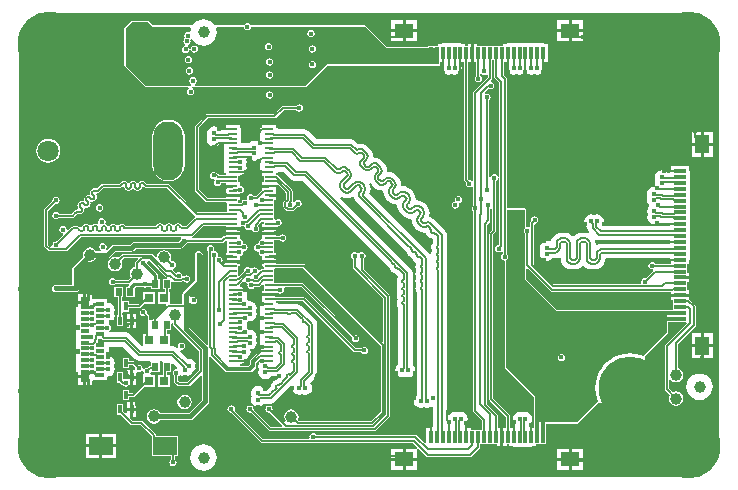
<source format=gtl>
G04*
G04 #@! TF.GenerationSoftware,Altium Limited,Altium Designer,19.1.8 (144)*
G04*
G04 Layer_Physical_Order=1*
G04 Layer_Color=255*
%FSLAX44Y44*%
%MOMM*%
G71*
G01*
G75*
%ADD17C,0.2540*%
%ADD18R,0.5500X0.6500*%
%ADD19R,0.3000X0.7100*%
%ADD20R,0.7000X0.3000*%
%ADD21R,0.7000X1.0000*%
%ADD22R,0.3000X1.0000*%
%ADD23R,1.6500X1.3000*%
%ADD24R,1.0000X0.3000*%
%ADD25R,1.3000X1.6500*%
%ADD26R,0.7000X0.1800*%
%ADD27R,0.8000X0.8000*%
%ADD28R,2.0000X1.5000*%
%ADD53C,0.1270*%
%ADD54C,0.1524*%
%ADD55C,0.1580*%
%ADD56C,1.0000*%
%ADD57C,1.0160*%
%ADD58C,0.3810*%
%ADD59C,0.2032*%
%ADD60C,0.3048*%
%ADD61C,0.2500*%
%ADD62C,0.5080*%
%ADD63C,5.3000*%
%ADD64C,5.5000*%
%ADD65O,1.9000X1.1000*%
%ADD66O,2.4000X1.1000*%
%ADD67C,1.3680*%
%ADD68R,1.3680X1.3680*%
%ADD69C,1.8000*%
%ADD70O,2.5000X4.5000*%
%ADD71O,2.5000X5.0000*%
%ADD72O,4.5000X2.5000*%
%ADD73C,0.4064*%
%ADD74C,0.5080*%
G36*
X575106Y395669D02*
X578413Y394782D01*
X581575Y393473D01*
X584540Y391761D01*
X587256Y389677D01*
X589677Y387256D01*
X591761Y384540D01*
X593472Y381575D01*
X594783Y378413D01*
X595669Y375106D01*
X596115Y371712D01*
X596115Y370000D01*
Y30000D01*
Y28288D01*
X595669Y24894D01*
X594783Y21587D01*
X593473Y18425D01*
X591761Y15460D01*
X589677Y12744D01*
X587256Y10323D01*
X584540Y8239D01*
X581575Y6528D01*
X578413Y5217D01*
X575106Y4331D01*
X571712Y3884D01*
X28288D01*
X24894Y4331D01*
X21587Y5217D01*
X18425Y6528D01*
X15460Y8239D01*
X12744Y10323D01*
X10323Y12744D01*
X8239Y15460D01*
X6528Y18425D01*
X5217Y21587D01*
X4331Y24894D01*
X3884Y28288D01*
Y30000D01*
Y370000D01*
Y371712D01*
X4331Y375106D01*
X5217Y378413D01*
X6528Y381575D01*
X8239Y384540D01*
X10323Y387256D01*
X12744Y389677D01*
X15460Y391761D01*
X18425Y393472D01*
X21587Y394783D01*
X24894Y395669D01*
X28288Y396115D01*
X30000Y396115D01*
X570000Y396115D01*
X571712D01*
X575106Y395669D01*
D02*
G37*
%LPC*%
G36*
X160000Y391237D02*
X157092Y390854D01*
X154382Y389732D01*
X152054Y387946D01*
X150816Y386332D01*
X150719Y386264D01*
X149744Y385822D01*
X149084Y386078D01*
X149084Y386079D01*
X148973Y386057D01*
X148869Y386100D01*
X117456D01*
X113778Y389778D01*
X113000Y390100D01*
X99000D01*
X98222Y389778D01*
X93222Y384778D01*
X92900Y384000D01*
Y352000D01*
X93222Y351222D01*
X110222Y334222D01*
X111000Y333900D01*
X147065D01*
X147450Y332630D01*
X146803Y332197D01*
X146129Y331189D01*
X145892Y330000D01*
X146129Y328811D01*
X146803Y327803D01*
X147811Y327129D01*
X149000Y326892D01*
X150189Y327129D01*
X151198Y327803D01*
X151871Y328811D01*
X152108Y330000D01*
X151871Y331189D01*
X151198Y332197D01*
X150894Y332400D01*
X150599Y333959D01*
X151597Y334172D01*
X152044Y334120D01*
X152158Y333999D01*
X152158Y333999D01*
X152394Y333991D01*
X152612Y333900D01*
X181461D01*
X181565Y333943D01*
X181676Y333921D01*
X182000Y333986D01*
X182323Y333921D01*
X182434Y333943D01*
X182538Y333900D01*
X246256D01*
X247034Y334222D01*
X264712Y351900D01*
X359000D01*
X359778Y352222D01*
X360100Y353000D01*
Y354960D01*
X362190D01*
Y353690D01*
X362190D01*
X362124Y352447D01*
X362020Y352291D01*
X361567Y350012D01*
X362020Y347733D01*
X363312Y345800D01*
X365244Y344509D01*
X367523Y344056D01*
X369803Y344509D01*
X370000Y344641D01*
X370197Y344509D01*
X372477Y344056D01*
X374756Y344509D01*
X376688Y345800D01*
X377980Y347733D01*
X378433Y350012D01*
X377980Y352291D01*
X377876Y352447D01*
X377810Y353690D01*
X377810D01*
Y354960D01*
X380817D01*
Y255068D01*
X380945Y254424D01*
X381310Y253877D01*
X382107Y253080D01*
X381892Y252000D01*
X382129Y250811D01*
X382803Y249802D01*
X383811Y249129D01*
X385000Y248892D01*
X386189Y249129D01*
X387047Y249702D01*
X387698Y249529D01*
X388317Y249192D01*
Y233541D01*
X387803Y233197D01*
X387129Y232189D01*
X386892Y231000D01*
X387129Y229811D01*
X387803Y228803D01*
X388317Y228459D01*
Y59500D01*
X388445Y58856D01*
X388810Y58310D01*
X395817Y51303D01*
Y43516D01*
X386540D01*
Y45040D01*
X382810D01*
Y46310D01*
X381112D01*
Y48361D01*
X381752Y48788D01*
X383043Y50721D01*
X383497Y53000D01*
X383043Y55279D01*
X381752Y57212D01*
X379819Y58503D01*
X377540Y58956D01*
X375261Y58503D01*
X375000Y58329D01*
X374739Y58503D01*
X372460Y58956D01*
X370181Y58503D01*
X368248Y57212D01*
X367382Y55915D01*
X366112Y56301D01*
Y208550D01*
X365757Y210334D01*
X364747Y211846D01*
X354900Y221692D01*
X354545Y221930D01*
X353394Y222813D01*
X352069Y223361D01*
X351237Y224672D01*
X351523Y226841D01*
X351558Y227019D01*
X351523Y227197D01*
X351237Y229367D01*
X350331Y231555D01*
X348998Y233291D01*
X348898Y233442D01*
X347097Y235243D01*
X347097Y235243D01*
X346946Y235343D01*
X345210Y236676D01*
X343022Y237582D01*
X340675Y237891D01*
X340404Y237855D01*
X340010Y238249D01*
X339553Y239024D01*
X339518Y239202D01*
X339232Y241372D01*
X338326Y243560D01*
X336994Y245296D01*
X336893Y245447D01*
X335092Y247247D01*
X334942Y247348D01*
X333205Y248680D01*
X331017Y249587D01*
X328670Y249896D01*
X328399Y249860D01*
X328005Y250254D01*
X327549Y251029D01*
X327513Y251207D01*
X327228Y253377D01*
X326321Y255564D01*
X324989Y257301D01*
X324888Y257451D01*
X323088Y259252D01*
X322937Y259353D01*
X321200Y260685D01*
X319013Y261591D01*
X316665Y261901D01*
X316394Y261865D01*
X316001Y262258D01*
X315544Y263034D01*
X315508Y263212D01*
X315223Y265382D01*
X314317Y267569D01*
X312984Y269305D01*
X312883Y269456D01*
X311083Y271257D01*
X310932Y271357D01*
X309196Y272690D01*
X307008Y273596D01*
X304660Y273905D01*
X304389Y273870D01*
X303996Y274263D01*
X303539Y275039D01*
X303504Y275216D01*
X303218Y277386D01*
X302312Y279574D01*
X300979Y281310D01*
X300879Y281461D01*
X299078Y283262D01*
X298927Y283362D01*
X297191Y284695D01*
X295003Y285601D01*
X292655Y285910D01*
X290912Y285681D01*
X288396Y288197D01*
X286883Y289207D01*
X285099Y289562D01*
X255764D01*
X248580Y296747D01*
X247068Y297757D01*
X245284Y298112D01*
X222710D01*
Y298710D01*
X221440D01*
Y301440D01*
X209360D01*
Y298710D01*
X208090D01*
Y287405D01*
X206820Y286914D01*
X205225Y287980D01*
X202946Y288433D01*
X200667Y287980D01*
X198734Y286688D01*
X198349Y286112D01*
X191910D01*
Y298710D01*
X190640D01*
Y301440D01*
X178560D01*
Y298710D01*
X177290D01*
Y298112D01*
X173253D01*
X172868Y298688D01*
X170935Y299979D01*
X168656Y300433D01*
X166377Y299979D01*
X164444Y298688D01*
X163153Y296756D01*
X162700Y294477D01*
X163153Y292197D01*
X163285Y292000D01*
X163153Y291803D01*
X162700Y289524D01*
X163153Y287244D01*
X164444Y285312D01*
X166377Y284021D01*
X168656Y283567D01*
X170935Y284021D01*
X172868Y285312D01*
X173253Y285888D01*
X177290D01*
Y273290D01*
Y261290D01*
X178560D01*
Y259683D01*
X173227D01*
X172757Y260153D01*
X172211Y260518D01*
X171567Y260646D01*
X171275D01*
X170854Y261278D01*
X169845Y261951D01*
X168656Y262188D01*
X167467Y261951D01*
X166458Y261278D01*
X165785Y260269D01*
X165548Y259080D01*
X165785Y257891D01*
X166458Y256882D01*
X167467Y256209D01*
X168656Y255972D01*
X168933Y256027D01*
X169578Y254861D01*
X169128Y254189D01*
X168892Y252999D01*
X169128Y251810D01*
X169802Y250802D01*
X170810Y250128D01*
X172000Y249892D01*
X173189Y250128D01*
X174197Y250802D01*
X174871Y251810D01*
X174972Y252317D01*
X178560D01*
Y251270D01*
X184600D01*
Y248730D01*
X178560D01*
Y246560D01*
X178560D01*
Y245440D01*
X178560D01*
Y243270D01*
X184600D01*
X190640D01*
Y243597D01*
X191000Y243892D01*
X192189Y244128D01*
X193197Y244802D01*
X193871Y245810D01*
X194107Y246999D01*
X193871Y248189D01*
X193197Y249197D01*
X192189Y249871D01*
X191000Y250107D01*
X190640Y250402D01*
Y253440D01*
X190014D01*
X189116Y254338D01*
X189116Y255916D01*
X189116Y257186D01*
Y258560D01*
X190640D01*
Y259473D01*
X190754Y259567D01*
X193033Y260021D01*
X194966Y261312D01*
X196257Y263244D01*
X196710Y265523D01*
X196257Y267803D01*
X196125Y268000D01*
X196257Y268197D01*
X196710Y270476D01*
X196285Y272618D01*
X196374Y273001D01*
X196848Y273888D01*
X198349D01*
X198734Y273312D01*
X200667Y272020D01*
X202946Y271567D01*
X205225Y272020D01*
X206820Y273086D01*
X207934Y272655D01*
X208090Y272523D01*
Y261290D01*
X209360D01*
Y258560D01*
X210884D01*
Y256084D01*
X210884D01*
Y255916D01*
X210884D01*
Y253440D01*
X209360D01*
Y251270D01*
X215400D01*
Y248730D01*
X209360D01*
Y246741D01*
X204303Y241683D01*
X202541D01*
X202197Y242197D01*
X201189Y242871D01*
X200000Y243108D01*
X198811Y242871D01*
X197803Y242197D01*
X197129Y241189D01*
X196892Y240000D01*
X197012Y239396D01*
X196683Y239002D01*
X195949Y238465D01*
X195005Y238652D01*
X193816Y238416D01*
X192808Y237742D01*
X192134Y236734D01*
X191925Y235683D01*
X190220D01*
X189116Y236084D01*
X189116Y237186D01*
Y238560D01*
X190640D01*
Y240730D01*
X184600D01*
X178560D01*
Y239683D01*
X163697D01*
X155683Y247697D01*
Y299303D01*
X163697Y307317D01*
X220000D01*
X220644Y307445D01*
X221190Y307810D01*
X227697Y314317D01*
X238459D01*
X238803Y313803D01*
X239811Y313129D01*
X241000Y312892D01*
X242189Y313129D01*
X243197Y313803D01*
X243871Y314811D01*
X244108Y316000D01*
X243871Y317189D01*
X243197Y318197D01*
X242189Y318871D01*
X241000Y319108D01*
X239811Y318871D01*
X238803Y318197D01*
X238459Y317683D01*
X227000D01*
X226356Y317555D01*
X225810Y317190D01*
X219303Y310683D01*
X163000D01*
X162356Y310555D01*
X161810Y310190D01*
X152810Y301190D01*
X152445Y300644D01*
X152317Y300000D01*
Y247000D01*
X152445Y246356D01*
X152810Y245810D01*
X161810Y236810D01*
X162356Y236445D01*
X163000Y236317D01*
X178980D01*
X180084Y235916D01*
X180084Y234814D01*
X180084Y232084D01*
X180084Y230814D01*
X180084Y228084D01*
X178980Y227683D01*
X154770D01*
X131035Y251418D01*
X130489Y251783D01*
X129845Y251911D01*
X111446D01*
X111331Y252488D01*
X110672Y253475D01*
X109684Y254134D01*
X108637Y254343D01*
X108520Y254366D01*
X107377D01*
D01*
X107277Y254346D01*
X106213Y254134D01*
X105225Y253475D01*
X104844Y252904D01*
X104784Y252882D01*
X103493D01*
X103433Y252904D01*
X103052Y253475D01*
X102065Y254134D01*
X101017Y254343D01*
X100900Y254366D01*
X99757D01*
D01*
X99657Y254346D01*
X98593Y254134D01*
X97605Y253475D01*
X97261Y252960D01*
X97108Y252913D01*
X95845Y252968D01*
X95432Y253586D01*
X94445Y254245D01*
X93397Y254454D01*
X93280Y254477D01*
X92137D01*
D01*
X92037Y254457D01*
X90972Y254245D01*
X89985Y253586D01*
X89326Y252599D01*
X89189Y251911D01*
X74486D01*
X73842Y251783D01*
X73295Y251418D01*
X69415Y247538D01*
X68832Y247927D01*
X67667Y248159D01*
X66503Y247927D01*
X65615Y247334D01*
X65516Y247268D01*
Y247268D01*
X64707Y246459D01*
X64708D01*
X64651Y246375D01*
X64048Y245472D01*
X63816Y244308D01*
X63950Y243635D01*
X63923Y243576D01*
X63011Y242664D01*
X62952Y242637D01*
X62279Y242771D01*
X61115Y242539D01*
X60227Y241946D01*
X60128Y241879D01*
Y241879D01*
X59319Y241071D01*
X59319D01*
X59263Y240987D01*
X58660Y240084D01*
X58428Y238919D01*
X58562Y238246D01*
X58535Y238188D01*
X57623Y237276D01*
X57564Y237249D01*
X56891Y237383D01*
X55727Y237151D01*
X54839Y236558D01*
X54739Y236491D01*
Y236491D01*
X53931Y235683D01*
X53931D01*
X53875Y235599D01*
X53272Y234696D01*
X53040Y233531D01*
X53272Y232367D01*
X53902Y231423D01*
X53855Y231229D01*
X53305Y230247D01*
X53299Y230248D01*
X52252Y230040D01*
X52184Y230027D01*
X51239Y229395D01*
X51256Y229378D01*
X48561Y226683D01*
X37541D01*
X37197Y227197D01*
X36189Y227871D01*
X35000Y228108D01*
X33811Y227871D01*
X32803Y227197D01*
X32129Y226189D01*
X31892Y225000D01*
X32129Y223811D01*
X32803Y222803D01*
X33811Y222129D01*
X35000Y221892D01*
X36189Y222129D01*
X37197Y222803D01*
X37541Y223317D01*
X49258D01*
X49902Y223445D01*
X50448Y223810D01*
X53348Y226709D01*
X53931Y226320D01*
X55095Y226088D01*
X56260Y226320D01*
X57147Y226913D01*
X57247Y226979D01*
Y226979D01*
X58055Y227787D01*
X58055D01*
X58112Y227872D01*
X58715Y228775D01*
X58946Y229939D01*
X58812Y230612D01*
X58840Y230671D01*
X59752Y231583D01*
X59810Y231610D01*
X60483Y231476D01*
X61648Y231708D01*
X62536Y232301D01*
X62635Y232367D01*
Y232367D01*
X63443Y233176D01*
X63443D01*
X63500Y233260D01*
X64103Y234163D01*
X64335Y235327D01*
X64201Y236000D01*
X64228Y236059D01*
X65140Y236971D01*
X65198Y236998D01*
X65872Y236864D01*
X67036Y237096D01*
X67924Y237689D01*
X68023Y237756D01*
X68023D01*
X68830Y238563D01*
X68832Y238564D01*
X68832Y238564D01*
X69491Y239551D01*
X69723Y240715D01*
X69491Y241880D01*
X68861Y242823D01*
X68908Y243018D01*
X69458Y243999D01*
X69464Y243998D01*
X70511Y244207D01*
X70578Y244220D01*
X71524Y244852D01*
X71507Y244868D01*
X75183Y248544D01*
X89597D01*
Y248521D01*
X90712Y248742D01*
X90769Y248781D01*
X91657Y249374D01*
X91660Y249379D01*
X92511Y249214D01*
X92931Y248995D01*
X93136Y247968D01*
X93795Y246981D01*
X94782Y246321D01*
X95830Y246113D01*
X95947Y246089D01*
X97090D01*
D01*
X97190Y246109D01*
X98254Y246321D01*
X99242Y246981D01*
X99623Y247551D01*
X99683Y247573D01*
X100974D01*
X101034Y247551D01*
X101415Y246981D01*
X102402Y246321D01*
X103450Y246113D01*
X103567Y246089D01*
X104710D01*
D01*
X104810Y246109D01*
X105875Y246321D01*
X106862Y246981D01*
X107521Y247968D01*
X107726Y248995D01*
X108146Y249214D01*
X108997Y249379D01*
X109000Y249374D01*
X109888Y248781D01*
X109945Y248742D01*
X111060Y248521D01*
Y248544D01*
X129147D01*
X152882Y224810D01*
X152920Y224784D01*
X152995Y224447D01*
X152893Y223355D01*
X152647Y223190D01*
X145197Y215741D01*
X141794D01*
X141657Y216428D01*
X140997Y217416D01*
X140010Y218075D01*
X138963Y218283D01*
X138846Y218307D01*
X137703D01*
D01*
X137603Y218287D01*
X136538Y218075D01*
X135551Y217416D01*
X135170Y216845D01*
X135109Y216823D01*
X133819D01*
X133759Y216845D01*
X133378Y217416D01*
X132390Y218075D01*
X131343Y218283D01*
X131226Y218307D01*
X130083D01*
D01*
X129983Y218287D01*
X128918Y218075D01*
X127931Y217416D01*
X127550Y216845D01*
X127489Y216823D01*
X126199D01*
X126139Y216845D01*
X125758Y217416D01*
X124770Y218075D01*
X123723Y218283D01*
X123606Y218307D01*
X122463D01*
D01*
X122363Y218287D01*
X121298Y218075D01*
X120311Y217416D01*
X119651Y216428D01*
X119515Y215741D01*
X94433D01*
X94350Y216157D01*
X93691Y217145D01*
X92703Y217804D01*
X91656Y218013D01*
X91539Y218036D01*
X90396D01*
D01*
X90296Y218016D01*
X89231Y217804D01*
X88244Y217145D01*
X87863Y216574D01*
X87802Y216552D01*
X86512D01*
X86452Y216574D01*
X86070Y217145D01*
X85083Y217804D01*
X84036Y218013D01*
X83919Y218036D01*
X82776D01*
D01*
X82676Y218016D01*
X81611Y217804D01*
X80624Y217145D01*
X80139Y216418D01*
X79147Y216243D01*
X78696Y216291D01*
X78450Y216659D01*
X77515Y217284D01*
X77451Y217338D01*
X76761Y218442D01*
X76795Y218614D01*
X76998Y219631D01*
X76761Y220821D01*
X76087Y221829D01*
X75079Y222503D01*
X73890Y222739D01*
X72701Y222503D01*
X71692Y221829D01*
X71019Y220821D01*
X70782Y219631D01*
X70995Y218562D01*
X70734Y218243D01*
X69977Y217715D01*
X69843Y217804D01*
X68796Y218013D01*
X68679Y218036D01*
X67536D01*
D01*
X67436Y218016D01*
X66371Y217804D01*
X65384Y217145D01*
X65003Y216574D01*
X64942Y216552D01*
X63652D01*
X63592Y216574D01*
X63211Y217145D01*
X62223Y217804D01*
X61176Y218013D01*
X61059Y218036D01*
X59916D01*
D01*
X59816Y218016D01*
X58751Y217804D01*
X57764Y217145D01*
X57104Y216157D01*
X56925Y215253D01*
X56152Y214942D01*
X55629Y214906D01*
X55626Y214911D01*
X54738Y215504D01*
X54681Y215543D01*
X53566Y215764D01*
Y215741D01*
X49057D01*
X48413Y215612D01*
X47867Y215248D01*
X45349Y212729D01*
X44762Y212857D01*
X44061Y213237D01*
X43871Y214189D01*
X43197Y215198D01*
X42189Y215871D01*
X41000Y216108D01*
X39811Y215871D01*
X38802Y215198D01*
X38129Y214189D01*
X37892Y213000D01*
X38129Y211811D01*
X38802Y210802D01*
X39811Y210129D01*
X40763Y209939D01*
X41143Y209238D01*
X41271Y208651D01*
X35607Y202987D01*
X35000Y203108D01*
X33811Y202871D01*
X32803Y202197D01*
X32129Y201189D01*
X31892Y200000D01*
X31964Y199637D01*
X31149Y198488D01*
X30134Y198397D01*
X28233Y200297D01*
Y228853D01*
X34393Y235013D01*
X35000Y234892D01*
X36189Y235129D01*
X37197Y235802D01*
X37871Y236811D01*
X38108Y238000D01*
X37871Y239189D01*
X37197Y240198D01*
X36189Y240871D01*
X35000Y241108D01*
X33811Y240871D01*
X32803Y240198D01*
X32129Y239189D01*
X31892Y238000D01*
X32013Y237393D01*
X25360Y230740D01*
X24995Y230194D01*
X24867Y229550D01*
Y199600D01*
X24995Y198956D01*
X25360Y198410D01*
X28643Y195127D01*
X29189Y194762D01*
X29833Y194634D01*
X43392D01*
X44036Y194762D01*
X44583Y195127D01*
X56276Y206821D01*
X140695D01*
X141033Y206194D01*
X141202Y205550D01*
X140932Y205147D01*
X138764Y202978D01*
X101308D01*
X100168Y202752D01*
X99202Y202106D01*
X97536Y200440D01*
X83919D01*
X82779Y200213D01*
X81813Y199568D01*
X78038Y195793D01*
X77052Y196602D01*
X77610Y197438D01*
X77847Y198628D01*
X77610Y199817D01*
X76936Y200825D01*
X75928Y201499D01*
X74739Y201735D01*
X73550Y201499D01*
X72541Y200825D01*
X71868Y199817D01*
X71631Y198628D01*
X71868Y197438D01*
X72541Y196430D01*
X72962Y196149D01*
X72577Y194879D01*
X69146D01*
X68238Y196238D01*
X66248Y197568D01*
X63901Y198035D01*
X61554Y197568D01*
X59564Y196238D01*
X58234Y194248D01*
X57767Y191901D01*
X58086Y190298D01*
X49456Y181668D01*
X48811Y180702D01*
X48584Y179562D01*
Y166300D01*
X35449D01*
X34798Y166430D01*
X33609Y166193D01*
X32601Y165520D01*
X31927Y164511D01*
X31690Y163322D01*
X31927Y162133D01*
X32601Y161124D01*
X33609Y160451D01*
X34798Y160214D01*
X35449Y160344D01*
X50911D01*
X51562Y160214D01*
X52751Y160451D01*
X53759Y161124D01*
X54433Y162133D01*
X54670Y163322D01*
X54540Y163973D01*
Y178328D01*
X62298Y186086D01*
X63901Y185767D01*
X66248Y186234D01*
X68238Y187564D01*
X69146Y188923D01*
X78358D01*
X79498Y189149D01*
X80464Y189795D01*
X85152Y194483D01*
X98770D01*
X99909Y194710D01*
X100876Y195356D01*
X102542Y197022D01*
X139998D01*
X141137Y197248D01*
X142104Y197894D01*
X145144Y200935D01*
X145696Y201303D01*
X145780Y201429D01*
X175301D01*
X175301Y201429D01*
X176094Y201587D01*
X176766Y202036D01*
X178658Y203928D01*
X178819D01*
X180084Y203916D01*
Y201186D01*
X180084Y200084D01*
X180084D01*
Y199916D01*
X180084D01*
Y196084D01*
X180084Y196084D01*
Y195916D01*
X180084D01*
X180084Y194814D01*
Y193440D01*
X178560D01*
Y191270D01*
X184600D01*
Y188730D01*
X178560D01*
Y187270D01*
X184600D01*
X190640D01*
Y190944D01*
X191567Y191129D01*
X192575Y191803D01*
X193249Y192811D01*
X193433Y193736D01*
X193715Y194205D01*
X194585Y194983D01*
X195317Y195129D01*
X196325Y195802D01*
X196999Y196811D01*
X197236Y198000D01*
X196999Y199189D01*
X196325Y200198D01*
X195317Y200871D01*
X194585Y201017D01*
X193715Y201795D01*
X193433Y202264D01*
X193249Y203189D01*
X192575Y204198D01*
X191567Y204871D01*
X191371Y204910D01*
X190534Y206335D01*
X190615Y206560D01*
X190640D01*
Y208730D01*
X184600D01*
X178560D01*
Y208072D01*
X177800D01*
X177007Y207914D01*
X176335Y207465D01*
X176335Y207465D01*
X174443Y205573D01*
X150281D01*
X150227Y206821D01*
X150871Y206949D01*
X151418Y207314D01*
X160421Y216317D01*
X178560D01*
Y215270D01*
X184600D01*
X190640D01*
Y215384D01*
X191759Y216096D01*
X191910Y216109D01*
X193000Y215892D01*
X193690Y216029D01*
X194293Y216015D01*
X195055Y215180D01*
X195129Y214811D01*
X195802Y213803D01*
X196811Y213129D01*
X198000Y212892D01*
X199189Y213129D01*
X199702Y213472D01*
X201042Y213036D01*
X201093Y212990D01*
X201128Y212810D01*
X201802Y211802D01*
X202810Y211128D01*
X204000Y210892D01*
X205189Y211128D01*
X206197Y211802D01*
X206871Y212810D01*
X207107Y214000D01*
X206871Y215189D01*
X206197Y216197D01*
X206141Y216761D01*
X209614Y220233D01*
X210145Y220184D01*
X210884Y219916D01*
X210884Y218814D01*
Y217440D01*
X209360D01*
Y215270D01*
X215400D01*
X221833D01*
X222710Y215950D01*
X223000Y215892D01*
X224189Y216129D01*
X225198Y216803D01*
X225871Y217811D01*
X226108Y219000D01*
X225871Y220189D01*
X225198Y221197D01*
X224189Y221871D01*
X223000Y222108D01*
X221811Y221871D01*
X221186Y221454D01*
X219982Y221955D01*
X219916Y222016D01*
X219916Y223916D01*
X219916Y225186D01*
Y227916D01*
X219916D01*
Y228084D01*
X219916Y228084D01*
X219916Y231916D01*
X219916Y233186D01*
Y235916D01*
X219916Y235916D01*
Y236084D01*
X219916D01*
X219916Y237186D01*
Y238560D01*
X221440D01*
Y240730D01*
X215400D01*
Y243270D01*
X221440D01*
Y245440D01*
X221440D01*
Y246560D01*
X221440D01*
Y250616D01*
X222710Y251142D01*
X230000Y243853D01*
Y239172D01*
X228127Y237299D01*
X227762Y236753D01*
X227634Y236108D01*
Y232474D01*
X227762Y231830D01*
X228127Y231284D01*
X230284Y229127D01*
X230830Y228762D01*
X231474Y228634D01*
X235317D01*
X235961Y228762D01*
X236507Y229127D01*
X239394Y232013D01*
X240000Y231892D01*
X241189Y232129D01*
X242197Y232803D01*
X242871Y233811D01*
X243108Y235000D01*
X242871Y236189D01*
X242197Y237197D01*
X241189Y237871D01*
X240000Y238108D01*
X238811Y237871D01*
X237803Y237197D01*
X237160Y236236D01*
X237074Y236177D01*
X235776Y235898D01*
X235601Y236064D01*
X235328Y236590D01*
X235524Y236883D01*
X235652Y237528D01*
Y245497D01*
X235524Y246141D01*
X235159Y246687D01*
X222656Y259190D01*
X222110Y259555D01*
X221466Y259683D01*
X221440D01*
Y261290D01*
X222710D01*
Y261888D01*
X227408D01*
X233592Y255704D01*
X235104Y254693D01*
X236888Y254338D01*
X243967D01*
X315420Y182886D01*
X315420Y182886D01*
X316497Y181808D01*
X316497Y181808D01*
X317192Y181113D01*
X317403Y180050D01*
X318505Y178401D01*
X318638Y178202D01*
X318638Y178202D01*
X319355Y177486D01*
X319357Y177484D01*
X319357Y177484D01*
X321205Y176248D01*
X322268Y176037D01*
X322963Y175342D01*
X322963Y175342D01*
X324670Y173636D01*
Y173060D01*
X324068Y172159D01*
X323680Y170213D01*
X323634Y169979D01*
Y168962D01*
D01*
X323680Y168729D01*
X324068Y166782D01*
X324308Y166423D01*
X324068Y166063D01*
X323680Y164117D01*
X323634Y163883D01*
Y162866D01*
D01*
X323680Y162633D01*
X324068Y160686D01*
X324308Y160326D01*
X324068Y159967D01*
X323680Y158021D01*
X323634Y157787D01*
Y156770D01*
D01*
X323680Y156537D01*
X324068Y154590D01*
X324308Y154230D01*
X324068Y153871D01*
X323680Y151925D01*
X323634Y151691D01*
Y150674D01*
D01*
X323680Y150441D01*
X324068Y148494D01*
X324670Y147593D01*
Y98577D01*
X324093Y98192D01*
X322802Y96259D01*
X322349Y93980D01*
X322802Y91701D01*
X324093Y89768D01*
X326026Y88477D01*
X328305Y88024D01*
X330585Y88477D01*
X330782Y88609D01*
X330979Y88477D01*
X333258Y88024D01*
X335538Y88477D01*
X337470Y89768D01*
X338761Y91701D01*
X339052Y93161D01*
X340366Y93257D01*
X340412Y93196D01*
Y72597D01*
X339835Y72212D01*
X338544Y70279D01*
X338091Y68000D01*
X338544Y65721D01*
X339835Y63788D01*
X341768Y62497D01*
X344047Y62043D01*
X346326Y62497D01*
X346524Y62629D01*
X346721Y62497D01*
X349000Y62043D01*
X351279Y62497D01*
X352618Y63391D01*
X353888Y62713D01*
Y46310D01*
X352190D01*
Y45040D01*
X348460D01*
Y32580D01*
X347287Y32094D01*
X340344Y39036D01*
X339798Y39401D01*
X339154Y39529D01*
X255271D01*
X254928Y40044D01*
X253919Y40717D01*
X252730Y40954D01*
X251541Y40717D01*
X250532Y40044D01*
X249859Y39035D01*
X249622Y37846D01*
X249769Y37109D01*
X248994Y35839D01*
X210144D01*
X186126Y59857D01*
X186197Y59963D01*
X186434Y61152D01*
X186197Y62341D01*
X185523Y63349D01*
X184515Y64023D01*
X183326Y64260D01*
X182137Y64023D01*
X181129Y63349D01*
X180455Y62341D01*
X180218Y61152D01*
X180455Y59963D01*
X181129Y58955D01*
X182137Y58281D01*
X183141Y58081D01*
X208257Y32966D01*
X208803Y32601D01*
X209447Y32473D01*
X337147D01*
X341000Y28620D01*
X340283Y27540D01*
X339376Y27540D01*
X331020D01*
Y19770D01*
X340540D01*
Y26299D01*
X340540Y27283D01*
X341620Y28000D01*
X348810Y20810D01*
X349356Y20445D01*
X350000Y20317D01*
X385238D01*
X385882Y20445D01*
X386428Y20810D01*
X393690Y28072D01*
X394055Y28618D01*
X394183Y29262D01*
Y31484D01*
X408460D01*
Y29960D01*
X411230D01*
Y37500D01*
Y45040D01*
X409183D01*
Y55500D01*
X409055Y56144D01*
X408690Y56690D01*
X399683Y65697D01*
Y217303D01*
X402190Y219810D01*
X402555Y220356D01*
X402683Y221000D01*
Y230503D01*
X403047Y230871D01*
X403884Y230604D01*
X404317Y230170D01*
Y212697D01*
X402492Y210872D01*
X402127Y210326D01*
X401999Y209682D01*
Y69266D01*
X402127Y68622D01*
X402492Y68075D01*
X415817Y54751D01*
Y45040D01*
X413770D01*
Y37500D01*
Y29960D01*
X416540D01*
Y31484D01*
X418460D01*
Y29960D01*
X422190D01*
Y28690D01*
X437810D01*
Y29960D01*
X441540D01*
Y31484D01*
X450016D01*
Y37129D01*
X450090Y37500D01*
Y48900D01*
X476186D01*
X476964Y49222D01*
X494532Y66790D01*
X495102Y66410D01*
X495994Y66233D01*
X496886Y66410D01*
X497642Y66915D01*
X498147Y67671D01*
X498267Y68276D01*
X498325Y68563D01*
X498323Y68572D01*
X498147Y69455D01*
X498144Y69461D01*
X497744Y70633D01*
X496673Y74161D01*
X496197Y79000D01*
X496673Y83839D01*
X498085Y88492D01*
X500377Y92780D01*
X503461Y96539D01*
X507220Y99623D01*
X511508Y101915D01*
X516161Y103327D01*
X521000Y103803D01*
X525839Y103327D01*
X529191Y102310D01*
X530367Y101929D01*
X531247Y101754D01*
X531541Y101812D01*
X532139Y101931D01*
X532895Y102437D01*
X533400Y103193D01*
X533578Y104085D01*
X533400Y104977D01*
X533127Y105386D01*
X553058Y125316D01*
X553380Y126094D01*
Y135004D01*
X563280D01*
X563651Y135078D01*
X568669D01*
X569195Y133808D01*
X550810Y115423D01*
X550445Y114877D01*
X550317Y114233D01*
Y78000D01*
X550445Y77356D01*
X550810Y76810D01*
X554709Y72910D01*
X554333Y72347D01*
X553866Y70000D01*
X554333Y67653D01*
X555663Y65663D01*
X557653Y64333D01*
X560000Y63866D01*
X562347Y64333D01*
X564337Y65663D01*
X565667Y67653D01*
X566134Y70000D01*
X565667Y72347D01*
X564337Y74337D01*
X562347Y75667D01*
X560000Y76134D01*
X557653Y75667D01*
X557090Y75291D01*
X553683Y78697D01*
Y86339D01*
X554953Y86724D01*
X555663Y85663D01*
X557653Y84333D01*
X560000Y83866D01*
X562347Y84333D01*
X564337Y85663D01*
X565667Y87653D01*
X566134Y90000D01*
X565667Y92347D01*
X564337Y94337D01*
X562347Y95667D01*
X561683Y95799D01*
Y116303D01*
X576190Y130810D01*
X576555Y131356D01*
X576683Y132000D01*
Y148000D01*
X576555Y148644D01*
X576190Y149190D01*
X571596Y153784D01*
X571050Y154149D01*
X570820Y154195D01*
Y156324D01*
X563280D01*
X555740D01*
Y153554D01*
X557264D01*
Y145184D01*
X552304D01*
X552280Y145194D01*
X459361D01*
X433100Y171455D01*
Y179860D01*
X434273Y180346D01*
X453758Y160862D01*
X454304Y160497D01*
X454948Y160369D01*
X555740D01*
Y158864D01*
X563280D01*
X570820D01*
Y161634D01*
X569296D01*
Y168554D01*
X570820D01*
Y171324D01*
X563280D01*
Y173864D01*
X570820D01*
Y176634D01*
X569296D01*
Y183554D01*
X570820D01*
Y187284D01*
X572090D01*
Y192284D01*
Y202284D01*
Y207284D01*
Y217284D01*
Y222284D01*
Y232284D01*
Y237284D01*
Y247284D01*
Y252284D01*
Y262904D01*
X570820D01*
Y266634D01*
X555740D01*
Y262904D01*
X554470D01*
Y261206D01*
X552597D01*
X552212Y261782D01*
X550280Y263074D01*
X548000Y263527D01*
X545721Y263074D01*
X543788Y261782D01*
X542497Y259850D01*
X542044Y257570D01*
X542497Y255291D01*
X542629Y255094D01*
X542497Y254897D01*
X542044Y252617D01*
X542470Y250472D01*
X541768Y249317D01*
X541274Y249415D01*
X538995Y248962D01*
X537062Y247671D01*
X535771Y245739D01*
X535317Y243459D01*
X535771Y241180D01*
X535903Y240982D01*
X535771Y240786D01*
X535317Y238506D01*
X535771Y236227D01*
X537062Y234294D01*
X537443Y234040D01*
Y232770D01*
X537316Y232685D01*
X536025Y230753D01*
X535572Y228473D01*
X536025Y226194D01*
X536157Y225996D01*
X536025Y225800D01*
X535572Y223520D01*
X536025Y221241D01*
X537316Y219308D01*
X539249Y218017D01*
X541528Y217564D01*
X543807Y218017D01*
X545740Y219308D01*
X545741Y219310D01*
X545874Y219337D01*
X547658Y218982D01*
X554470D01*
Y216206D01*
X499321D01*
X498642Y217476D01*
X498781Y217685D01*
X499235Y219964D01*
X498781Y222243D01*
X497490Y224176D01*
X495558Y225467D01*
X493278Y225921D01*
X490999Y225467D01*
X490802Y225335D01*
X490605Y225467D01*
X488325Y225921D01*
X486046Y225467D01*
X484113Y224176D01*
X482822Y222243D01*
X482369Y219964D01*
X482822Y217685D01*
X484113Y215752D01*
X484690Y215367D01*
Y214401D01*
X485045Y212617D01*
X486055Y211104D01*
X485318Y210045D01*
X485087Y210141D01*
X482917Y210427D01*
X482739Y210462D01*
X480193D01*
X480015Y210427D01*
X477845Y210141D01*
X475657Y209235D01*
X473779Y207793D01*
X473612Y207576D01*
X472342D01*
X472176Y207793D01*
X470298Y209235D01*
X468110Y210141D01*
X465940Y210427D01*
X465762Y210462D01*
X463215D01*
X463037Y210427D01*
X460868Y210141D01*
X458680Y209235D01*
X456801Y207793D01*
X455360Y205914D01*
X454454Y203727D01*
X454404Y203349D01*
X453247Y202825D01*
X452875Y203074D01*
X450596Y203527D01*
X448317Y203074D01*
X446384Y201782D01*
X445093Y199850D01*
X444640Y197570D01*
X445093Y195291D01*
X445225Y195094D01*
X445093Y194897D01*
X444640Y192617D01*
X445093Y190338D01*
X446384Y188406D01*
X448317Y187115D01*
X450596Y186661D01*
X452875Y187115D01*
X454808Y188406D01*
X455193Y188982D01*
X457273D01*
X457451Y189018D01*
X459621Y189303D01*
X461351Y190020D01*
X462621Y189362D01*
Y188809D01*
X462657Y188631D01*
X462942Y186461D01*
X463848Y184274D01*
X465290Y182395D01*
X467169Y180954D01*
X469356Y180047D01*
X471526Y179762D01*
X471704Y179726D01*
X474251D01*
X474428Y179762D01*
X476598Y180047D01*
X478786Y180954D01*
X480665Y182395D01*
X480831Y182612D01*
X482101D01*
X482267Y182395D01*
X484146Y180954D01*
X486334Y180047D01*
X488503Y179762D01*
X488681Y179726D01*
X491228D01*
X491406Y179762D01*
X493576Y180047D01*
X495764Y180954D01*
X497642Y182395D01*
X499084Y184274D01*
X499990Y186461D01*
X500276Y188631D01*
X500311Y188809D01*
Y188982D01*
X552150Y188982D01*
X554470D01*
Y187284D01*
X555740D01*
Y184293D01*
X542302D01*
X541948Y184823D01*
X540939Y185497D01*
X539750Y185734D01*
X538561Y185497D01*
X537552Y184823D01*
X536879Y183815D01*
X536642Y182626D01*
X536879Y181437D01*
X537552Y180429D01*
X538561Y179755D01*
X539750Y179518D01*
X540169Y179602D01*
X540795Y178431D01*
X534260Y171897D01*
X533654Y172018D01*
X532465Y171781D01*
X531456Y171108D01*
X530783Y170099D01*
X530546Y168910D01*
X530691Y168180D01*
X529913Y166910D01*
X456246D01*
X439683Y183473D01*
Y216981D01*
X440436Y218126D01*
X441625Y218363D01*
X442634Y219037D01*
X443307Y220045D01*
X443544Y221234D01*
X443307Y222423D01*
X442634Y223431D01*
X441625Y224105D01*
X440436Y224342D01*
X439247Y224105D01*
X438238Y223431D01*
X437565Y222423D01*
X437328Y221234D01*
X437449Y220627D01*
X436810Y219988D01*
X436445Y219442D01*
X436317Y218798D01*
Y215793D01*
X435888Y215450D01*
X435047Y215007D01*
X434086Y215198D01*
X434081Y215197D01*
X433100Y216003D01*
Y230000D01*
X432778Y230778D01*
X432000Y231100D01*
X416683D01*
Y341000D01*
X416555Y341644D01*
X416190Y342190D01*
X414183Y344197D01*
Y354960D01*
X417190D01*
Y353690D01*
X417190D01*
X417124Y352447D01*
X417020Y352291D01*
X416567Y350012D01*
X417020Y347733D01*
X418312Y345800D01*
X420244Y344509D01*
X422523Y344056D01*
X424803Y344509D01*
X425000Y344641D01*
X425197Y344509D01*
X427477Y344056D01*
X429756Y344509D01*
X431688Y345800D01*
X431861Y346059D01*
X433131D01*
X433312Y345788D01*
X435244Y344497D01*
X437523Y344044D01*
X439803Y344497D01*
X440000Y344629D01*
X440197Y344497D01*
X442477Y344044D01*
X444756Y344497D01*
X446688Y345788D01*
X447980Y347721D01*
X448433Y350000D01*
X447980Y352280D01*
X447869Y352444D01*
X447810Y353690D01*
X447810D01*
Y354960D01*
X451540D01*
Y370040D01*
X447810D01*
Y371310D01*
X417190D01*
Y370040D01*
X413460D01*
Y368516D01*
X391540D01*
Y370040D01*
X388770D01*
Y362500D01*
Y354960D01*
X390817D01*
Y343339D01*
X390303Y342995D01*
X389629Y341987D01*
X389392Y340798D01*
X389629Y339609D01*
X390303Y338601D01*
X391311Y337927D01*
X392500Y337690D01*
X393689Y337927D01*
X394697Y338601D01*
X395371Y339609D01*
X395608Y340798D01*
X395371Y341987D01*
X394697Y342995D01*
X394305Y343257D01*
X394336Y344505D01*
X394829Y344765D01*
X395453Y344926D01*
X396321Y344347D01*
X397510Y344110D01*
X398699Y344347D01*
X399547Y344913D01*
X400223Y344730D01*
X400817Y344394D01*
Y341932D01*
X388810Y329925D01*
X388445Y329379D01*
X388317Y328735D01*
Y254808D01*
X387698Y254471D01*
X387047Y254298D01*
X386189Y254871D01*
X385000Y255108D01*
X384183Y256036D01*
Y354960D01*
X386230D01*
Y362500D01*
Y370040D01*
X383460D01*
Y368516D01*
X381540D01*
Y370040D01*
X377810D01*
Y371310D01*
X362190D01*
Y370040D01*
X358460D01*
Y368516D01*
X349984D01*
Y368100D01*
X315455D01*
X297778Y385778D01*
X297000Y386100D01*
X200108D01*
X200069Y386084D01*
X199871Y386189D01*
X199198Y387197D01*
X198189Y387871D01*
X197000Y388108D01*
X195811Y387871D01*
X194802Y387197D01*
X194129Y386189D01*
X193931Y386084D01*
X193892Y386100D01*
X171131D01*
X171027Y386057D01*
X170916Y386079D01*
X170916Y386078D01*
X170256Y385822D01*
X169281Y386264D01*
X169184Y386332D01*
X167946Y387946D01*
X165619Y389732D01*
X162908Y390854D01*
X160000Y391237D01*
D02*
G37*
G36*
X481040Y390540D02*
X471520D01*
Y382770D01*
X481040D01*
Y390540D01*
D02*
G37*
G36*
X340540D02*
X331020D01*
Y382770D01*
X340540D01*
Y390540D01*
D02*
G37*
G36*
X468980D02*
X459460D01*
Y382770D01*
X468980D01*
Y390540D01*
D02*
G37*
G36*
X328480D02*
X318960D01*
Y382770D01*
X328480D01*
Y390540D01*
D02*
G37*
G36*
X481040Y380230D02*
X471520D01*
Y372460D01*
X481040D01*
Y380230D01*
D02*
G37*
G36*
X468980D02*
X459460D01*
Y372460D01*
X468980D01*
Y380230D01*
D02*
G37*
G36*
X340540D02*
X331020D01*
Y372460D01*
X340540D01*
Y380230D01*
D02*
G37*
G36*
X328480D02*
X318960D01*
Y372460D01*
X328480D01*
Y380230D01*
D02*
G37*
G36*
X216000Y330108D02*
X214811Y329871D01*
X213803Y329198D01*
X213129Y328189D01*
X212892Y327000D01*
X213129Y325811D01*
X213803Y324803D01*
X214811Y324129D01*
X216000Y323892D01*
X217189Y324129D01*
X218197Y324803D01*
X218871Y325811D01*
X219108Y327000D01*
X218871Y328189D01*
X218197Y329198D01*
X217189Y329871D01*
X216000Y330108D01*
D02*
G37*
G36*
X591320Y296134D02*
X583550D01*
Y286614D01*
X591320D01*
Y296134D01*
D02*
G37*
G36*
X581010D02*
X573240D01*
Y286614D01*
X581010D01*
Y296134D01*
D02*
G37*
G36*
X591320Y284074D02*
X583550D01*
Y274554D01*
X591320D01*
Y284074D01*
D02*
G37*
G36*
X581010D02*
X573240D01*
Y274554D01*
X581010D01*
Y284074D01*
D02*
G37*
G36*
X28500Y290102D02*
X25885Y289758D01*
X23449Y288749D01*
X21356Y287143D01*
X19751Y285051D01*
X18742Y282615D01*
X18398Y280000D01*
X18742Y277385D01*
X19751Y274949D01*
X21356Y272857D01*
X23449Y271251D01*
X25885Y270242D01*
X28500Y269898D01*
X31115Y270242D01*
X33551Y271251D01*
X35643Y272857D01*
X37249Y274949D01*
X38258Y277385D01*
X38602Y280000D01*
X38258Y282615D01*
X37249Y285051D01*
X35643Y287143D01*
X33551Y288749D01*
X31115Y289758D01*
X28500Y290102D01*
D02*
G37*
G36*
X130250Y306133D02*
X126722Y305668D01*
X123434Y304306D01*
X120610Y302140D01*
X118444Y299316D01*
X117082Y296028D01*
X116617Y292500D01*
Y267500D01*
X117082Y263972D01*
X118444Y260684D01*
X120610Y257860D01*
X123434Y255694D01*
X126722Y254332D01*
X130250Y253867D01*
X133778Y254332D01*
X137066Y255694D01*
X139890Y257860D01*
X142056Y260684D01*
X143418Y263972D01*
X143883Y267500D01*
Y292500D01*
X143418Y296028D01*
X142056Y299316D01*
X139890Y302140D01*
X137066Y304306D01*
X133778Y305668D01*
X130250Y306133D01*
D02*
G37*
G36*
X375683Y241791D02*
X374493Y241554D01*
X373485Y240881D01*
X372812Y239872D01*
X372575Y238683D01*
X372812Y237494D01*
X371811Y236871D01*
X370802Y236197D01*
X370129Y235189D01*
X369892Y234000D01*
X370129Y232811D01*
X370802Y231803D01*
X371811Y231129D01*
X373000Y230892D01*
X374189Y231129D01*
X375197Y231803D01*
X375871Y232811D01*
X376108Y234000D01*
X375871Y235189D01*
X376872Y235812D01*
X377880Y236486D01*
X378554Y237494D01*
X378791Y238683D01*
X378554Y239872D01*
X377880Y240881D01*
X376872Y241554D01*
X375683Y241791D01*
D02*
G37*
G36*
X71995Y234609D02*
X70805Y234373D01*
X69797Y233699D01*
X69124Y232691D01*
X68887Y231501D01*
X69124Y230312D01*
X69797Y229304D01*
X70805Y228630D01*
X71995Y228394D01*
X73184Y228630D01*
X74192Y229304D01*
X74866Y230312D01*
X75102Y231501D01*
X74866Y232691D01*
X74192Y233699D01*
X73184Y234373D01*
X71995Y234609D01*
D02*
G37*
G36*
X221440Y212730D02*
X215400D01*
X209360D01*
Y211270D01*
X215400D01*
X221440D01*
Y212730D01*
D02*
G37*
G36*
X190640Y212730D02*
X184600D01*
X178560D01*
Y211270D01*
X184600D01*
X190640D01*
Y212730D01*
D02*
G37*
G36*
X226999Y209107D02*
X225810Y208871D01*
X224802Y208197D01*
X224459Y207683D01*
X221440D01*
Y208730D01*
X215400D01*
X209360D01*
Y206560D01*
X209385D01*
X209466Y206335D01*
X208629Y204910D01*
X208433Y204871D01*
X207425Y204198D01*
X206751Y203189D01*
X206567Y202264D01*
X206285Y201795D01*
X205415Y201017D01*
X204683Y200871D01*
X203675Y200198D01*
X203001Y199189D01*
X202764Y198000D01*
X203001Y196811D01*
X203675Y195802D01*
X204683Y195129D01*
X205415Y194983D01*
X206285Y194205D01*
X206567Y193736D01*
X206751Y192811D01*
X207425Y191803D01*
X208433Y191129D01*
X209360Y190944D01*
Y187270D01*
X215400D01*
X221440D01*
Y188730D01*
X215400D01*
Y191270D01*
X221440D01*
Y193440D01*
X219916D01*
Y194814D01*
X219916Y195916D01*
X219916D01*
Y196084D01*
X219916D01*
Y199916D01*
X219916D01*
Y200084D01*
X219916D01*
Y203916D01*
X221020Y204317D01*
X224458D01*
X224802Y203802D01*
X225810Y203128D01*
X226999Y202892D01*
X228189Y203128D01*
X229197Y203802D01*
X229871Y204810D01*
X230107Y206000D01*
X229871Y207189D01*
X229197Y208197D01*
X228189Y208871D01*
X226999Y209107D01*
D02*
G37*
G36*
X58230Y158540D02*
X53460D01*
Y152270D01*
X58230D01*
Y158540D01*
D02*
G37*
G36*
X166000Y200108D02*
X164811Y199871D01*
X163803Y199198D01*
X163129Y198189D01*
X162892Y197000D01*
X163129Y195811D01*
X163634Y195055D01*
Y116237D01*
X162460Y115751D01*
X147978Y130234D01*
Y148249D01*
Y150704D01*
X149248Y151090D01*
X149274Y151052D01*
X150282Y150378D01*
X151471Y150141D01*
X152660Y150378D01*
X153669Y151052D01*
X154342Y152060D01*
X154579Y153249D01*
X154342Y154438D01*
X153669Y155447D01*
X152660Y156120D01*
X151471Y156357D01*
X150282Y156120D01*
X149605Y155668D01*
X148483Y156083D01*
X148316Y156218D01*
X148207Y156995D01*
X158106Y166894D01*
X158751Y167860D01*
X158978Y169000D01*
Y191349D01*
X159108Y192000D01*
X158871Y193189D01*
X158197Y194198D01*
X157189Y194871D01*
X156000Y195108D01*
X154811Y194871D01*
X153802Y194198D01*
X153129Y193189D01*
X152892Y192000D01*
X153022Y191349D01*
Y170234D01*
X142894Y160106D01*
X142248Y159140D01*
X142022Y158000D01*
Y149932D01*
X132515D01*
X131266Y149984D01*
X131266Y151202D01*
Y160016D01*
X130683D01*
Y162734D01*
X132766D01*
Y168986D01*
X133939Y169472D01*
X134284Y169127D01*
X134830Y168762D01*
X135475Y168634D01*
X140526D01*
X141170Y168762D01*
X141716Y169127D01*
X141854Y169265D01*
X143230Y169170D01*
X143344Y168999D01*
X144353Y168325D01*
X145542Y168088D01*
X146731Y168325D01*
X147739Y168999D01*
X148413Y170007D01*
X148650Y171196D01*
X148413Y172385D01*
X147739Y173393D01*
X146731Y174067D01*
X145542Y174304D01*
X144353Y174067D01*
X143344Y173393D01*
X142159Y173764D01*
X142080Y173861D01*
X142108Y174000D01*
X141871Y175189D01*
X141198Y176197D01*
X140189Y176871D01*
X139000Y177108D01*
X137811Y176871D01*
X137031Y176350D01*
X134290Y179090D01*
X134551Y180294D01*
X134670Y180461D01*
X134691Y180465D01*
X135699Y181139D01*
X136373Y182147D01*
X136609Y183336D01*
X136373Y184525D01*
X135699Y185534D01*
X134691Y186207D01*
X133501Y186444D01*
X133223Y186388D01*
X132827Y186755D01*
X132327Y187505D01*
X132746Y189609D01*
X132279Y191957D01*
X130949Y193947D01*
X128959Y195276D01*
X126612Y195743D01*
X124265Y195276D01*
X122275Y193947D01*
X120945Y191957D01*
X120573Y190087D01*
X119289Y189576D01*
X116705Y192159D01*
X116159Y192524D01*
X115515Y192652D01*
X91969D01*
X91325Y192524D01*
X90779Y192159D01*
X87910Y189291D01*
X87347Y189667D01*
X85000Y190134D01*
X82653Y189667D01*
X80663Y188337D01*
X79333Y186347D01*
X78866Y184000D01*
X79333Y181653D01*
X80663Y179663D01*
X82653Y178333D01*
X85000Y177866D01*
X87347Y178333D01*
X89337Y179663D01*
X90667Y181653D01*
X91134Y184000D01*
X90667Y186347D01*
X90291Y186910D01*
X92666Y189286D01*
X104037D01*
X104523Y188112D01*
X102462Y186051D01*
X102097Y185505D01*
X101969Y184861D01*
Y181706D01*
X101305Y181574D01*
X99315Y180244D01*
X97986Y178254D01*
X97519Y175907D01*
X97986Y173560D01*
X98362Y172997D01*
X96048Y170683D01*
X85541D01*
X85197Y171197D01*
X84189Y171871D01*
X83000Y172108D01*
X81811Y171871D01*
X80802Y171197D01*
X80129Y170189D01*
X79892Y169000D01*
X80129Y167811D01*
X80802Y166803D01*
X81811Y166129D01*
X83000Y165892D01*
X84189Y166129D01*
X85197Y166803D01*
X85541Y167317D01*
X96712D01*
X96782Y167244D01*
X97330Y166138D01*
X96352Y165160D01*
X95847Y164404D01*
X95819Y164266D01*
X94234D01*
Y155734D01*
X101766D01*
Y163982D01*
X102453Y164669D01*
X108246D01*
X109055Y164129D01*
X110244Y163892D01*
X111433Y164129D01*
X112242Y164669D01*
X115234D01*
Y162734D01*
X122766D01*
Y171266D01*
X121331D01*
Y175000D01*
X121153Y175892D01*
X120648Y176648D01*
X112061Y185235D01*
X111963Y185730D01*
X112657Y186863D01*
X113921Y186950D01*
X127874Y172997D01*
X128420Y172632D01*
X128901Y172536D01*
X128776Y171266D01*
X125234D01*
Y162734D01*
X127317D01*
Y160016D01*
X121234D01*
Y149984D01*
X127807D01*
X128333Y148714D01*
X117810Y138190D01*
X117445Y137644D01*
X117317Y137000D01*
Y136266D01*
X115453D01*
X115234Y136266D01*
X114183Y136795D01*
Y139500D01*
X114055Y140144D01*
X113690Y140690D01*
X111987Y142394D01*
X112108Y143000D01*
X111871Y144189D01*
X111198Y145197D01*
X110189Y145871D01*
X109000Y146108D01*
X107811Y145871D01*
X106803Y145197D01*
X106129Y144189D01*
X105892Y143000D01*
X106129Y141811D01*
X106803Y140802D01*
X107811Y140129D01*
X109000Y139892D01*
X109607Y140013D01*
X110817Y138803D01*
Y125016D01*
X108734D01*
Y115341D01*
X107583Y114696D01*
X97664Y124615D01*
X96143Y125632D01*
X94348Y125989D01*
X79810D01*
Y127267D01*
X80683Y127851D01*
X81357Y128859D01*
X81594Y130048D01*
X81357Y131237D01*
X80683Y132246D01*
X79763Y132860D01*
X79722Y133224D01*
X79867Y134176D01*
X81279Y134457D01*
X83212Y135748D01*
X84503Y137681D01*
X84956Y139960D01*
X84503Y142239D01*
X84329Y142500D01*
X84503Y142760D01*
X84956Y145040D01*
X84503Y147319D01*
X83212Y149252D01*
X81279Y150543D01*
X79000Y150996D01*
X78540Y151374D01*
Y154040D01*
X66460D01*
X65540Y154885D01*
Y158540D01*
X60770D01*
Y151000D01*
X59500D01*
Y149730D01*
X53460D01*
Y147810D01*
X52190D01*
Y137190D01*
Y132190D01*
X54984D01*
Y127810D01*
X52190D01*
Y117190D01*
Y112190D01*
X54984D01*
Y107810D01*
X52190D01*
Y97190D01*
Y92190D01*
X53460D01*
Y90270D01*
X59500D01*
Y89000D01*
X60770D01*
Y81460D01*
X65540D01*
Y85115D01*
X66460Y85960D01*
X78540D01*
Y88626D01*
X79000Y89003D01*
X81279Y89457D01*
X83212Y90748D01*
X84503Y92681D01*
X84956Y94960D01*
X84503Y97239D01*
X84329Y97500D01*
X84503Y97760D01*
X84956Y100040D01*
X84503Y102319D01*
X83212Y104252D01*
X81279Y105543D01*
X79000Y105996D01*
X77998Y105797D01*
X77016Y106603D01*
Y109690D01*
X79810D01*
Y114011D01*
X85000D01*
X85000Y114011D01*
X91330D01*
X101724Y103617D01*
X103245Y102601D01*
X105040Y102244D01*
X114528D01*
X115234Y101266D01*
X115234Y100974D01*
Y97670D01*
X114857D01*
X114163Y97532D01*
X113575Y97139D01*
X112454Y96018D01*
X112000Y96108D01*
X110811Y95871D01*
X109803Y95197D01*
X109539Y94803D01*
X108342Y95298D01*
X108383Y95500D01*
X108146Y96690D01*
X107472Y97698D01*
X106464Y98371D01*
X105275Y98608D01*
X104668Y98487D01*
X101865Y101290D01*
X101319Y101655D01*
X100675Y101783D01*
X96516D01*
Y104666D01*
X91484D01*
Y95534D01*
X96516D01*
Y98417D01*
X99978D01*
X102288Y96107D01*
X102167Y95500D01*
X102215Y95260D01*
X101207Y93990D01*
X100270D01*
Y89170D01*
X103040D01*
Y91800D01*
X103476Y92146D01*
X104310Y92584D01*
X105275Y92393D01*
X106464Y92629D01*
X107472Y93303D01*
X107736Y93698D01*
X108933Y93202D01*
X108892Y93000D01*
X109129Y91811D01*
X109480Y91286D01*
X108868Y90016D01*
X108734D01*
Y83615D01*
X99903Y74783D01*
X96516D01*
Y77666D01*
X91484D01*
Y68534D01*
X96516D01*
Y71417D01*
X100600D01*
X101244Y71545D01*
X101790Y71910D01*
X109865Y79984D01*
X118766D01*
Y90016D01*
X115132D01*
X114521Y91286D01*
X114871Y91811D01*
X115234Y92734D01*
X116251Y92734D01*
X122766D01*
Y100974D01*
X122766Y101266D01*
X123359Y102088D01*
X124305D01*
X125234Y101064D01*
Y92734D01*
X125817D01*
Y90016D01*
X121234D01*
Y79984D01*
X131266D01*
Y90016D01*
X129183D01*
Y92734D01*
X132766D01*
Y99165D01*
X133939Y99651D01*
X137239Y96352D01*
X137135Y95810D01*
X136739Y95056D01*
X135811Y94871D01*
X134803Y94198D01*
X134129Y93189D01*
X133892Y92000D01*
X134129Y90811D01*
X134803Y89803D01*
X135317Y89459D01*
Y84004D01*
X135316Y84001D01*
X135444Y83356D01*
X135809Y82810D01*
X137810Y80810D01*
X138356Y80445D01*
X139000Y80317D01*
X147000D01*
X147644Y80445D01*
X148190Y80810D01*
X157404Y90024D01*
X158578Y89538D01*
Y68953D01*
X147603Y57978D01*
X123245D01*
X122337Y59337D01*
X120347Y60667D01*
X118000Y61134D01*
X115653Y60667D01*
X113663Y59337D01*
X112333Y57347D01*
X111866Y55000D01*
X112333Y52653D01*
X113663Y50663D01*
X115653Y49333D01*
X118000Y48866D01*
X120347Y49333D01*
X122337Y50663D01*
X123245Y52022D01*
X148837D01*
X149977Y52249D01*
X150943Y52894D01*
X163662Y65613D01*
X164307Y66579D01*
X164534Y67719D01*
Y105200D01*
X165804Y105585D01*
X165810Y105577D01*
X178758Y92628D01*
X179304Y92263D01*
X179949Y92135D01*
X199464D01*
X200109Y92263D01*
X200655Y92628D01*
X204128Y96101D01*
X204493Y96647D01*
X204621Y97291D01*
Y100261D01*
X207597Y103237D01*
X208896Y102740D01*
X208935Y102030D01*
X208132Y101494D01*
X206841Y99562D01*
X206388Y97282D01*
X206841Y95003D01*
X206973Y94805D01*
X206841Y94608D01*
X206388Y92329D01*
X206841Y90050D01*
X208132Y88117D01*
X210065Y86826D01*
X212344Y86373D01*
X214623Y86826D01*
X216556Y88117D01*
X217024Y88817D01*
X222507D01*
X223178Y88950D01*
X223507Y88571D01*
X223803Y87780D01*
X222226Y86202D01*
X220934Y85946D01*
X219046Y84684D01*
X219046Y84684D01*
X218376Y84014D01*
X218376Y84014D01*
X217114Y82126D01*
X216857Y80834D01*
X213714Y77690D01*
X211228D01*
X210211Y79212D01*
X208279Y80503D01*
X206000Y80956D01*
X203720Y80503D01*
X201788Y79212D01*
X200497Y77279D01*
X200043Y75000D01*
X200497Y72720D01*
X200903Y72112D01*
X200497Y71505D01*
X200044Y69225D01*
X200497Y66946D01*
X201788Y65013D01*
X203720Y63722D01*
X206000Y63269D01*
X208279Y63722D01*
X210212Y65013D01*
X210679Y65713D01*
X216732D01*
X218527Y66070D01*
X220048Y67087D01*
X234193Y81231D01*
X235363Y80606D01*
X235044Y79000D01*
X235497Y76721D01*
X236788Y74788D01*
X238721Y73497D01*
X241000Y73044D01*
X243279Y73497D01*
X243477Y73629D01*
X243674Y73497D01*
X245953Y73044D01*
X248232Y73497D01*
X250165Y74788D01*
X251456Y76721D01*
X251910Y79000D01*
X251456Y81279D01*
X250165Y83212D01*
X250133Y83531D01*
X254010Y87408D01*
X254010Y87408D01*
X254010Y87408D01*
X254913Y88311D01*
X255930Y89832D01*
X256287Y91627D01*
Y133075D01*
X255930Y134870D01*
X254913Y136392D01*
X242690Y148615D01*
X241168Y149632D01*
X239374Y149988D01*
X222710D01*
Y150710D01*
X221440D01*
Y152317D01*
X244303D01*
X286810Y109810D01*
X287356Y109445D01*
X288000Y109317D01*
X293459D01*
X293803Y108802D01*
X294811Y108129D01*
X296000Y107892D01*
X297189Y108129D01*
X298197Y108802D01*
X298871Y109811D01*
X299108Y111000D01*
X298871Y112189D01*
X298197Y113197D01*
X297189Y113871D01*
X296000Y114108D01*
X294811Y113871D01*
X293803Y113197D01*
X293459Y112683D01*
X288697D01*
X246190Y155190D01*
X245644Y155555D01*
X245000Y155683D01*
X221440D01*
Y156730D01*
X215400D01*
X209360D01*
Y154560D01*
X209360D01*
Y153440D01*
X209360D01*
Y150710D01*
X208090D01*
Y137290D01*
Y125290D01*
Y113290D01*
X209360D01*
Y111683D01*
X208747D01*
X208102Y111555D01*
X207556Y111190D01*
X199461Y103095D01*
X199096Y102549D01*
X198968Y101905D01*
Y98936D01*
X197820Y97788D01*
X191590D01*
X190999Y98268D01*
X190956Y99239D01*
X191069Y99656D01*
X193218Y100084D01*
X195150Y101375D01*
X196441Y103308D01*
X196707Y104643D01*
X198014Y105516D01*
X199305Y107449D01*
X199758Y109728D01*
X199390Y111581D01*
X201280Y111957D01*
X203212Y113248D01*
X204503Y115181D01*
X204956Y117460D01*
X204503Y119740D01*
X204329Y120000D01*
X204503Y120261D01*
X204956Y122540D01*
X204503Y124819D01*
X203212Y126752D01*
X201280Y128043D01*
X199000Y128497D01*
X197940Y128286D01*
X196860Y129366D01*
X196904Y129587D01*
X196451Y131866D01*
X196354Y132010D01*
X196539Y132287D01*
X196993Y134566D01*
X196984Y134610D01*
X198064Y135690D01*
X199000Y135504D01*
X201280Y135957D01*
X203212Y137248D01*
X204503Y139181D01*
X204956Y141460D01*
X204503Y143740D01*
X204329Y144000D01*
X204503Y144261D01*
X204956Y146540D01*
X204503Y148820D01*
X203212Y150752D01*
X201280Y152043D01*
X199000Y152497D01*
X198021Y152302D01*
X196941Y153382D01*
X196957Y153460D01*
X196503Y155739D01*
X196329Y156000D01*
X196503Y156261D01*
X196957Y158540D01*
X196503Y160819D01*
X195212Y162752D01*
X193279Y164043D01*
X191289Y164439D01*
X190640Y165440D01*
X190840Y166627D01*
X193665Y169452D01*
X195114Y169104D01*
X195527Y168486D01*
X196535Y167812D01*
X197218Y166381D01*
X197142Y166000D01*
X197378Y164810D01*
X198052Y163802D01*
X199060Y163129D01*
X200250Y162892D01*
X201439Y163129D01*
X202447Y163802D01*
X202791Y164316D01*
X206541D01*
X207185Y164445D01*
X207731Y164809D01*
X209614Y166692D01*
X210884Y166166D01*
Y164084D01*
X210884D01*
Y163916D01*
X210884D01*
Y161440D01*
X209360D01*
Y159270D01*
X215400D01*
X221440D01*
Y159698D01*
X222710Y160059D01*
X222847Y159854D01*
X223855Y159181D01*
X225044Y158944D01*
X226233Y159181D01*
X227241Y159854D01*
X227915Y160863D01*
X228152Y162052D01*
X227954Y163047D01*
X228227Y163656D01*
X228724Y164317D01*
X243011D01*
X285721Y121607D01*
X285600Y121000D01*
X285837Y119811D01*
X286511Y118803D01*
X287519Y118129D01*
X288708Y117892D01*
X289897Y118129D01*
X290905Y118803D01*
X291579Y119811D01*
X291816Y121000D01*
X291579Y122189D01*
X290905Y123197D01*
X289897Y123871D01*
X288708Y124108D01*
X288102Y123987D01*
X244898Y167190D01*
X244352Y167555D01*
X243708Y167683D01*
X221020D01*
X219916Y168084D01*
Y171916D01*
X219916Y171916D01*
Y172084D01*
X219916D01*
X219916Y173186D01*
Y175916D01*
X219916D01*
Y176084D01*
X219916Y176084D01*
X219916Y179916D01*
X221020Y180317D01*
X244303D01*
X309924Y114696D01*
Y58558D01*
X302070Y50705D01*
X240730D01*
X239607Y51828D01*
X239983Y52391D01*
X240450Y54738D01*
X239983Y57085D01*
X238653Y59075D01*
X236663Y60405D01*
X234316Y60872D01*
X231969Y60405D01*
X229979Y59075D01*
X228649Y57085D01*
X228182Y54738D01*
X228649Y52391D01*
X229433Y51218D01*
X228446Y50409D01*
X218313Y60542D01*
X218434Y61148D01*
X218197Y62337D01*
X217523Y63345D01*
X216515Y64019D01*
X215326Y64256D01*
X214137Y64019D01*
X213129Y63345D01*
X212455Y62337D01*
X212218Y61148D01*
X212455Y59959D01*
X213129Y58951D01*
X214137Y58277D01*
X215326Y58040D01*
X215933Y58161D01*
X226787Y47306D01*
X226301Y46133D01*
X216852D01*
X202313Y60672D01*
X202434Y61278D01*
X202197Y62467D01*
X201523Y63475D01*
X200515Y64149D01*
X199326Y64386D01*
X198137Y64149D01*
X197129Y63475D01*
X196455Y62467D01*
X196218Y61278D01*
X196455Y60089D01*
X197129Y59081D01*
X198137Y58407D01*
X199326Y58170D01*
X199932Y58291D01*
X214964Y43259D01*
X215511Y42894D01*
X216155Y42766D01*
X304957D01*
X305601Y42894D01*
X306147Y43259D01*
X317369Y54481D01*
X317734Y55027D01*
X317862Y55671D01*
Y156515D01*
X317734Y157159D01*
X317369Y157705D01*
X295683Y179391D01*
Y188459D01*
X296197Y188803D01*
X296871Y189811D01*
X297108Y191000D01*
X296871Y192189D01*
X296197Y193197D01*
X295189Y193871D01*
X294000Y194108D01*
X292811Y193871D01*
X291803Y193197D01*
X291764Y193139D01*
X290236D01*
X290198Y193197D01*
X289189Y193871D01*
X288000Y194108D01*
X286811Y193871D01*
X285802Y193197D01*
X285129Y192189D01*
X284892Y191000D01*
X285129Y189811D01*
X285802Y188803D01*
X286317Y188459D01*
Y181357D01*
X286445Y180713D01*
X286810Y180166D01*
X312210Y154766D01*
Y118830D01*
X311036Y118344D01*
X246190Y183190D01*
X245644Y183555D01*
X245000Y183683D01*
X221440D01*
Y184730D01*
X215400D01*
X209360D01*
Y182560D01*
X209986D01*
X210884Y181662D01*
X210884Y180084D01*
X209780Y179683D01*
X209250D01*
X208606Y179555D01*
X208060Y179190D01*
X207522Y178653D01*
X206144Y179071D01*
X206121Y179189D01*
X205447Y180197D01*
X204439Y180871D01*
X203250Y181107D01*
X202060Y180871D01*
X201052Y180197D01*
X199618Y180337D01*
X199606Y180356D01*
X198598Y181029D01*
X197408Y181266D01*
X196219Y181029D01*
X195211Y180356D01*
X194537Y179348D01*
X194301Y178158D01*
X194313Y178094D01*
X190386Y174167D01*
X189116Y174693D01*
Y175916D01*
X189116Y175916D01*
Y176084D01*
X189116D01*
X189116Y177186D01*
Y179916D01*
X189116D01*
Y180084D01*
X189116D01*
Y182560D01*
X190640D01*
Y184730D01*
X184600D01*
X178560D01*
Y184608D01*
X177290Y184082D01*
X175747Y185625D01*
X175871Y185810D01*
X176107Y187000D01*
X175871Y188189D01*
X175197Y189197D01*
X174189Y189871D01*
X173000Y190107D01*
X172918Y190091D01*
X172604Y190307D01*
X171947Y191193D01*
X172108Y192000D01*
X171871Y193189D01*
X171197Y194198D01*
X170189Y194871D01*
X169820Y194945D01*
X168985Y195707D01*
X168971Y196310D01*
X169108Y197000D01*
X168871Y198189D01*
X168197Y199198D01*
X167189Y199871D01*
X166000Y200108D01*
D02*
G37*
G36*
X103040Y141990D02*
X100270D01*
Y137170D01*
X103040D01*
Y141990D01*
D02*
G37*
G36*
X97730D02*
X94960D01*
Y137170D01*
X97730D01*
Y141990D01*
D02*
G37*
G36*
X91766Y164266D02*
X84234D01*
Y155734D01*
X87317D01*
Y140466D01*
X86484D01*
Y131334D01*
X91516D01*
Y140466D01*
X90683D01*
Y142596D01*
X91484Y143534D01*
X91953Y143534D01*
X96516D01*
Y146417D01*
X105600D01*
X106244Y146545D01*
X106790Y146910D01*
X109865Y149984D01*
X118766D01*
Y160016D01*
X108734D01*
Y153615D01*
X104903Y149783D01*
X96516D01*
Y152666D01*
X91953D01*
X91484Y152666D01*
X90683Y153604D01*
Y155734D01*
X91766D01*
Y164266D01*
D02*
G37*
G36*
X103040Y134630D02*
X100270D01*
Y129810D01*
X103040D01*
Y134630D01*
D02*
G37*
G36*
X97730D02*
X94960D01*
Y129810D01*
X97730D01*
Y134630D01*
D02*
G37*
G36*
X591320Y125634D02*
X583550D01*
Y116114D01*
X591320D01*
Y125634D01*
D02*
G37*
G36*
X581010D02*
X573240D01*
Y116114D01*
X581010D01*
Y125634D01*
D02*
G37*
G36*
X591320Y113574D02*
X583550D01*
Y104054D01*
X591320D01*
Y113574D01*
D02*
G37*
G36*
X581010D02*
X573240D01*
Y104054D01*
X581010D01*
Y113574D01*
D02*
G37*
G36*
X97730Y93990D02*
X94960D01*
Y89170D01*
X97730D01*
Y93990D01*
D02*
G37*
G36*
X103040Y86630D02*
X100270D01*
Y81810D01*
X103040D01*
Y86630D01*
D02*
G37*
G36*
X58230Y87730D02*
X53460D01*
Y81460D01*
X58230D01*
Y87730D01*
D02*
G37*
G36*
X91516Y92466D02*
X86484D01*
Y83334D01*
X89135D01*
X90310Y82160D01*
X90856Y81795D01*
X91453Y81676D01*
X91803Y81152D01*
X92811Y80479D01*
X94000Y80242D01*
X95189Y80479D01*
X96198Y81152D01*
X96637Y81810D01*
X97730D01*
Y86630D01*
X94210D01*
X94000Y86458D01*
X92811Y86221D01*
X92786Y86205D01*
X91516Y86883D01*
Y92466D01*
D02*
G37*
G36*
X580000Y91237D02*
X577092Y90854D01*
X574381Y89732D01*
X572054Y87946D01*
X570268Y85618D01*
X569146Y82908D01*
X568763Y80000D01*
X569146Y77092D01*
X570268Y74381D01*
X572054Y72054D01*
X574381Y70268D01*
X577092Y69146D01*
X580000Y68763D01*
X582908Y69146D01*
X585619Y70268D01*
X587946Y72054D01*
X589732Y74381D01*
X590854Y77092D01*
X591237Y80000D01*
X590854Y82908D01*
X589732Y85618D01*
X587946Y87946D01*
X585619Y89732D01*
X582908Y90854D01*
X580000Y91237D01*
D02*
G37*
G36*
X103040Y66990D02*
X100270D01*
Y62170D01*
X103040D01*
Y66990D01*
D02*
G37*
G36*
X97730D02*
X94960D01*
Y62170D01*
X97730D01*
Y66990D01*
D02*
G37*
G36*
X144000Y73134D02*
X141653Y72667D01*
X139663Y71337D01*
X138333Y69347D01*
X137866Y67000D01*
X138333Y64653D01*
X139663Y62663D01*
X141653Y61333D01*
X144000Y60866D01*
X146347Y61333D01*
X148337Y62663D01*
X149667Y64653D01*
X150134Y67000D01*
X149667Y69347D01*
X148337Y71337D01*
X146347Y72667D01*
X144000Y73134D01*
D02*
G37*
G36*
X103040Y59630D02*
X100270D01*
Y54810D01*
X103040D01*
Y59630D01*
D02*
G37*
G36*
X85540Y40040D02*
X74270D01*
Y31270D01*
X85540D01*
Y40040D01*
D02*
G37*
G36*
X71730D02*
X60460D01*
Y31270D01*
X71730D01*
Y40040D01*
D02*
G37*
G36*
X85540Y28730D02*
X74270D01*
Y19960D01*
X85540D01*
Y28730D01*
D02*
G37*
G36*
X71730D02*
X60460D01*
Y19960D01*
X71730D01*
Y28730D01*
D02*
G37*
G36*
X481040Y27540D02*
X471520D01*
Y19770D01*
X481040D01*
Y27540D01*
D02*
G37*
G36*
X468980D02*
X459460D01*
Y19770D01*
X468980D01*
Y27540D01*
D02*
G37*
G36*
X328480D02*
X318960D01*
Y19770D01*
X328480D01*
Y27540D01*
D02*
G37*
G36*
X91516Y65466D02*
X86484D01*
Y56334D01*
X90135D01*
X98061Y48408D01*
X98607Y48043D01*
X99252Y47915D01*
X106704D01*
X115211Y39409D01*
X115984Y38516D01*
X115984D01*
X115984Y38516D01*
Y21484D01*
X132317D01*
Y18541D01*
X131803Y18197D01*
X131129Y17189D01*
X130892Y16000D01*
X131129Y14811D01*
X131803Y13802D01*
X132811Y13129D01*
X134000Y12892D01*
X135189Y13129D01*
X136198Y13802D01*
X136871Y14811D01*
X137108Y16000D01*
X136871Y17189D01*
X136198Y18197D01*
X135683Y18541D01*
Y21484D01*
X138016D01*
Y38516D01*
X119838D01*
Y38846D01*
X119709Y39490D01*
X119344Y40036D01*
X108592Y50789D01*
X108046Y51153D01*
X107402Y51282D01*
X99949D01*
X97594Y53637D01*
X97730Y53965D01*
Y59630D01*
X94960D01*
Y57930D01*
X93787Y57444D01*
X91516Y59715D01*
Y65466D01*
D02*
G37*
G36*
X481040Y17230D02*
X471520D01*
Y9460D01*
X481040D01*
Y17230D01*
D02*
G37*
G36*
X468980D02*
X459460D01*
Y9460D01*
X468980D01*
Y17230D01*
D02*
G37*
G36*
X340540D02*
X331020D01*
Y9460D01*
X340540D01*
Y17230D01*
D02*
G37*
G36*
X328480D02*
X318960D01*
Y9460D01*
X328480D01*
Y17230D01*
D02*
G37*
G36*
X160000Y31237D02*
X157092Y30854D01*
X154382Y29732D01*
X152054Y27946D01*
X150268Y25619D01*
X149146Y22908D01*
X148763Y20000D01*
X149146Y17092D01*
X150268Y14382D01*
X152054Y12054D01*
X154382Y10268D01*
X157092Y9146D01*
X160000Y8763D01*
X162908Y9146D01*
X165619Y10268D01*
X167946Y12054D01*
X169732Y14382D01*
X170854Y17092D01*
X171237Y20000D01*
X170854Y22908D01*
X169732Y25619D01*
X167946Y27946D01*
X165619Y29732D01*
X162908Y30854D01*
X160000Y31237D01*
D02*
G37*
%LPD*%
G36*
X117000Y385000D02*
X148869D01*
X149575Y383944D01*
X149146Y382908D01*
X148915Y381157D01*
X148719Y380955D01*
X147525Y380328D01*
X146827Y380467D01*
X145638Y380230D01*
X144629Y379557D01*
X143956Y378549D01*
X143719Y377359D01*
X143956Y376170D01*
X143802Y374604D01*
X143129Y373596D01*
X142892Y372406D01*
X143129Y371217D01*
X143802Y370209D01*
X144131Y369989D01*
X143863Y368641D01*
X143511Y368571D01*
X142502Y367897D01*
X141829Y366889D01*
X141592Y365700D01*
X141829Y364511D01*
X142502Y363503D01*
X143511Y362829D01*
X144700Y362592D01*
X145889Y362829D01*
X146897Y363503D01*
X147571Y364511D01*
X147690Y365109D01*
X147732Y365321D01*
X149027D01*
X149062Y365148D01*
X149129Y364811D01*
X149803Y363802D01*
X150811Y363129D01*
X152000Y362892D01*
X153189Y363129D01*
X154198Y363802D01*
X154871Y364811D01*
X155108Y366000D01*
X154871Y367189D01*
X154198Y368198D01*
X153189Y368871D01*
X152000Y369108D01*
X150811Y368871D01*
X149803Y368198D01*
X149129Y367189D01*
X149010Y366591D01*
X148968Y366379D01*
X147673D01*
X147638Y366552D01*
X147571Y366889D01*
X146897Y367897D01*
X146569Y368117D01*
X146837Y369465D01*
X147189Y369535D01*
X148197Y370209D01*
X148871Y371217D01*
X149108Y372406D01*
X148889Y373504D01*
X149374Y374095D01*
X150613Y373932D01*
X152054Y372054D01*
X154382Y370268D01*
X157092Y369146D01*
X160000Y368763D01*
X162908Y369146D01*
X165619Y370268D01*
X167946Y372054D01*
X169732Y374381D01*
X170854Y377092D01*
X171237Y380000D01*
X170854Y382908D01*
X170425Y383944D01*
X171131Y385000D01*
X193892D01*
X194129Y383811D01*
X194802Y382803D01*
X195811Y382129D01*
X197000Y381892D01*
X198189Y382129D01*
X199198Y382803D01*
X199871Y383811D01*
X200108Y385000D01*
X297000D01*
X315000Y367000D01*
X358500D01*
X359000Y365937D01*
Y353000D01*
X264256D01*
X246256Y335000D01*
X182538D01*
X182000Y335107D01*
X181461Y335000D01*
X152612D01*
X152501Y335297D01*
X152401Y336270D01*
X153197Y336802D01*
X153871Y337810D01*
X154107Y338999D01*
X153871Y340189D01*
X153197Y341197D01*
X152189Y341870D01*
X151000Y342107D01*
X149810Y341870D01*
X148802Y341197D01*
X148128Y340189D01*
X147892Y338999D01*
X148128Y337810D01*
X148802Y336802D01*
X149598Y336270D01*
X149498Y335297D01*
X149387Y335000D01*
X111000D01*
X94000Y352000D01*
Y384000D01*
X99000Y389000D01*
X113000D01*
X117000Y385000D01*
D02*
G37*
G36*
X405817Y342500D02*
X405945Y341856D01*
X406310Y341310D01*
X410317Y337303D01*
Y257432D01*
X409047Y257307D01*
X408871Y258189D01*
X408198Y259198D01*
X407189Y259871D01*
X406000Y260108D01*
X404811Y259871D01*
X403802Y259198D01*
X403129Y258189D01*
X402953Y257307D01*
X401683Y257432D01*
Y322459D01*
X402197Y322802D01*
X402870Y323810D01*
X403107Y324999D01*
X402870Y326189D01*
X402197Y327197D01*
X401189Y327870D01*
X399999Y328107D01*
X398810Y327870D01*
X397566Y328341D01*
X397443Y328485D01*
X397490Y328815D01*
X401206Y332532D01*
X401810Y332128D01*
X402999Y331892D01*
X404188Y332128D01*
X405197Y332802D01*
X405870Y333810D01*
X406107Y334999D01*
X405870Y336189D01*
X405197Y337197D01*
X404188Y337870D01*
X403458Y338016D01*
X402960Y339233D01*
X402957Y339312D01*
X403690Y340045D01*
X404055Y340591D01*
X404183Y341235D01*
Y356484D01*
X405817D01*
Y342500D01*
D02*
G37*
G36*
X493324Y204337D02*
X495108Y203982D01*
X554470D01*
Y201206D01*
X552150D01*
X497170Y201206D01*
X496992Y201171D01*
X494822Y200885D01*
X493092Y200168D01*
X491822Y200826D01*
Y201379D01*
X491787Y201557D01*
X491501Y203727D01*
X491329Y204143D01*
X492355Y204985D01*
X493324Y204337D01*
D02*
G37*
G36*
X302594Y251014D02*
X302694Y250864D01*
X304495Y249063D01*
X304646Y248962D01*
X306382Y247630D01*
X308570Y246724D01*
X310918Y246415D01*
X311188Y246450D01*
X312086Y245552D01*
X312051Y245282D01*
X312360Y242934D01*
X313266Y240746D01*
X314599Y239009D01*
X314699Y238859D01*
X316500Y237058D01*
X316650Y236958D01*
X318387Y235625D01*
X320575Y234719D01*
X322922Y234410D01*
X323193Y234445D01*
X324091Y233547D01*
X324055Y233277D01*
X324365Y230929D01*
X325271Y228741D01*
X326603Y227005D01*
X326704Y226854D01*
X328504Y225053D01*
X328655Y224953D01*
X330392Y223620D01*
X332579Y222714D01*
X334927Y222405D01*
X335198Y222441D01*
X336096Y221543D01*
X336060Y221272D01*
X336369Y218924D01*
X337276Y216736D01*
X338608Y215000D01*
X338709Y214849D01*
X340509Y213049D01*
X340660Y212948D01*
X342397Y211616D01*
X344584Y210709D01*
X346932Y210400D01*
X348170Y210563D01*
X348327Y209771D01*
X349387Y208185D01*
X349574Y207906D01*
X350220Y207260D01*
X350220Y207260D01*
X352085Y206013D01*
X353592Y205714D01*
X353888Y205417D01*
Y202139D01*
X353035Y200861D01*
X352663Y198990D01*
X352597Y198661D01*
Y197747D01*
D01*
X352663Y197418D01*
X353035Y195547D01*
X353296Y195156D01*
X353035Y194765D01*
X352606Y192609D01*
X352465Y192522D01*
X351348Y192206D01*
X351270Y192322D01*
X300347Y243246D01*
X301178Y245253D01*
X301464Y247423D01*
X301499Y247601D01*
X301464Y247779D01*
X301178Y249949D01*
X300436Y251740D01*
X301545Y252381D01*
X302594Y251014D01*
D02*
G37*
G36*
X432000Y214362D02*
X431889Y214287D01*
X431215Y213279D01*
X430978Y212090D01*
X431215Y210901D01*
X431889Y209893D01*
X432000Y209818D01*
Y171000D01*
X458906Y144094D01*
X552280D01*
Y126094D01*
X532310Y106124D01*
X532139Y106238D01*
X532128Y106240D01*
X530952Y106682D01*
X530108Y107031D01*
X525611Y108111D01*
X521000Y108474D01*
X516389Y108111D01*
X511892Y107031D01*
X507619Y105261D01*
X503676Y102845D01*
X500159Y99841D01*
X497155Y96324D01*
X494739Y92381D01*
X492969Y88108D01*
X491889Y83611D01*
X491526Y79000D01*
X491889Y74389D01*
X492969Y69892D01*
X493880Y67693D01*
X493858Y67672D01*
X493844Y67666D01*
X493847Y67661D01*
X476186Y50000D01*
X441000D01*
Y72000D01*
X416000Y97000D01*
Y186984D01*
X416189Y187021D01*
X417197Y187695D01*
X417871Y188703D01*
X418108Y189892D01*
X417871Y191082D01*
X417197Y192090D01*
X416683Y192433D01*
Y230000D01*
X432000D01*
Y214362D01*
D02*
G37*
G36*
X276810Y240680D02*
X278998Y239773D01*
X281346Y239464D01*
X283693Y239773D01*
X285881Y240680D01*
X286249Y240962D01*
X287535Y240348D01*
X288329Y238431D01*
X289661Y236694D01*
X289762Y236543D01*
X330153Y196153D01*
X331230Y195075D01*
X331230Y195075D01*
X331925Y194380D01*
X332136Y193317D01*
X333238Y191668D01*
X333371Y191469D01*
X333371D01*
X334090Y190750D01*
Y190750D01*
X334288Y190618D01*
X335938Y189515D01*
X336362Y189431D01*
X336447Y189007D01*
X337549Y187358D01*
X337682Y187158D01*
D01*
X338398Y186442D01*
X338400Y186440D01*
X338400Y186440D01*
X340249Y185205D01*
X340282Y185124D01*
X339809Y184417D01*
X339422Y182471D01*
X339376Y182237D01*
Y181221D01*
D01*
X339422Y180987D01*
X339809Y179040D01*
X340050Y178681D01*
X339809Y178321D01*
X339422Y176375D01*
X339376Y176141D01*
Y175125D01*
D01*
X339422Y174891D01*
X339809Y172944D01*
X340050Y172585D01*
X339809Y172225D01*
X339422Y170279D01*
X339376Y170045D01*
Y169029D01*
D01*
X339422Y168795D01*
X339809Y166848D01*
X340050Y166489D01*
X339809Y166129D01*
X339422Y164183D01*
X339376Y163949D01*
Y162933D01*
D01*
X339422Y162699D01*
X339809Y160752D01*
X340412Y159851D01*
Y152547D01*
Y94764D01*
X340366Y94703D01*
X339052Y94799D01*
X338761Y96259D01*
X337470Y98192D01*
X336894Y98577D01*
Y176768D01*
X336539Y178552D01*
X335528Y180064D01*
X275536Y240056D01*
X276375Y241013D01*
X276810Y240680D01*
D02*
G37*
G36*
X410317Y256568D02*
Y200368D01*
X410000Y200108D01*
X408811Y199871D01*
X407803Y199198D01*
X407129Y198189D01*
X406892Y197000D01*
X407129Y195811D01*
X407803Y194802D01*
X408811Y194129D01*
X410000Y193892D01*
X411189Y194129D01*
X412047Y194702D01*
X412698Y194529D01*
X413317Y194192D01*
Y192433D01*
X412803Y192090D01*
X412129Y191082D01*
X411892Y189892D01*
X412129Y188703D01*
X412803Y187695D01*
X413811Y187021D01*
X414900Y186804D01*
Y97000D01*
X415222Y96222D01*
X439900Y71544D01*
Y50000D01*
X439910Y49976D01*
Y45040D01*
X437810D01*
Y46310D01*
X436112D01*
Y48403D01*
X436688Y48788D01*
X437980Y50721D01*
X438433Y53000D01*
X437980Y55279D01*
X436688Y57212D01*
X434756Y58503D01*
X432477Y58956D01*
X430197Y58503D01*
X430000Y58371D01*
X429803Y58503D01*
X427523Y58956D01*
X425244Y58503D01*
X423312Y57212D01*
X422020Y55279D01*
X421567Y53000D01*
X422020Y50721D01*
X423312Y48788D01*
X423888Y48403D01*
Y46310D01*
X422190D01*
Y45040D01*
X419183D01*
Y55448D01*
X419055Y56092D01*
X418690Y56638D01*
X405365Y69963D01*
Y208985D01*
X407190Y210810D01*
X407555Y211356D01*
X407683Y212000D01*
Y254459D01*
X408198Y254802D01*
X408871Y255811D01*
X409047Y256693D01*
X410317Y256568D01*
D02*
G37*
%LPC*%
G36*
X251000Y382108D02*
X249811Y381871D01*
X248803Y381198D01*
X248129Y380189D01*
X247892Y379000D01*
X248129Y377811D01*
X248803Y376802D01*
X249811Y376129D01*
X251000Y375892D01*
X252189Y376129D01*
X253197Y376802D01*
X253871Y377811D01*
X254108Y379000D01*
X253871Y380189D01*
X253197Y381198D01*
X252189Y381871D01*
X251000Y382108D01*
D02*
G37*
G36*
X215000Y371108D02*
X213811Y370871D01*
X212803Y370197D01*
X212129Y369189D01*
X211892Y368000D01*
X212129Y366811D01*
X212803Y365802D01*
X213811Y365129D01*
X215000Y364892D01*
X216189Y365129D01*
X217197Y365802D01*
X217871Y366811D01*
X218108Y368000D01*
X217871Y369189D01*
X217197Y370197D01*
X216189Y370871D01*
X215000Y371108D01*
D02*
G37*
G36*
X252000Y369108D02*
X250811Y368871D01*
X249802Y368198D01*
X249129Y367189D01*
X248892Y366000D01*
X249129Y364811D01*
X249802Y363802D01*
X250811Y363129D01*
X252000Y362892D01*
X253189Y363129D01*
X254198Y363802D01*
X254871Y364811D01*
X255108Y366000D01*
X254871Y367189D01*
X254198Y368198D01*
X253189Y368871D01*
X252000Y369108D01*
D02*
G37*
G36*
X147000Y360108D02*
X145811Y359871D01*
X144803Y359198D01*
X144129Y358189D01*
X143892Y357000D01*
X144129Y355811D01*
X144803Y354803D01*
X145811Y354129D01*
X147000Y353892D01*
X148189Y354129D01*
X149198Y354803D01*
X149871Y355811D01*
X150108Y357000D01*
X149871Y358189D01*
X149198Y359198D01*
X148189Y359871D01*
X147000Y360108D01*
D02*
G37*
G36*
X216000Y358108D02*
X214811Y357871D01*
X213803Y357197D01*
X213129Y356189D01*
X212892Y355000D01*
X213129Y353811D01*
X213803Y352803D01*
X214811Y352129D01*
X216000Y351892D01*
X217189Y352129D01*
X218197Y352803D01*
X218871Y353811D01*
X219108Y355000D01*
X218871Y356189D01*
X218197Y357197D01*
X217189Y357871D01*
X216000Y358108D01*
D02*
G37*
G36*
X252000Y356108D02*
X250811Y355871D01*
X249802Y355197D01*
X249129Y354189D01*
X248892Y353000D01*
X249129Y351811D01*
X249802Y350802D01*
X250811Y350129D01*
X252000Y349892D01*
X253189Y350129D01*
X254198Y350802D01*
X254871Y351811D01*
X255108Y353000D01*
X254871Y354189D01*
X254198Y355197D01*
X253189Y355871D01*
X252000Y356108D01*
D02*
G37*
G36*
X148000Y350608D02*
X146811Y350371D01*
X145802Y349697D01*
X145129Y348689D01*
X144892Y347500D01*
X145129Y346311D01*
X145802Y345303D01*
X146811Y344629D01*
X148000Y344392D01*
X149189Y344629D01*
X150197Y345303D01*
X150871Y346311D01*
X151108Y347500D01*
X150871Y348689D01*
X150197Y349697D01*
X149189Y350371D01*
X148000Y350608D01*
D02*
G37*
G36*
X216000Y347108D02*
X214811Y346871D01*
X213803Y346198D01*
X213129Y345189D01*
X212892Y344000D01*
X213129Y342811D01*
X213803Y341802D01*
X214811Y341129D01*
X216000Y340892D01*
X217189Y341129D01*
X218197Y341802D01*
X218871Y342811D01*
X219108Y344000D01*
X218871Y345189D01*
X218197Y346198D01*
X217189Y346871D01*
X216000Y347108D01*
D02*
G37*
G36*
X463000Y108108D02*
X461811Y107871D01*
X460802Y107198D01*
X460129Y106189D01*
X459892Y105000D01*
X460129Y103811D01*
X460802Y102802D01*
X461811Y102129D01*
X463000Y101892D01*
X464189Y102129D01*
X465197Y102802D01*
X465871Y103811D01*
X466108Y105000D01*
X465871Y106189D01*
X465197Y107198D01*
X464189Y107871D01*
X463000Y108108D01*
D02*
G37*
%LPD*%
G36*
X134317Y133950D02*
Y132971D01*
X134445Y132327D01*
X134810Y131781D01*
X156317Y110274D01*
Y93697D01*
X146303Y83683D01*
X139697D01*
X138683Y84697D01*
Y89459D01*
X138836Y89561D01*
X140057Y90020D01*
X141990Y88728D01*
X144269Y88275D01*
X146549Y88728D01*
X148481Y90020D01*
X149772Y91952D01*
X149828Y92231D01*
X150107Y92287D01*
X152040Y93578D01*
X153331Y95511D01*
X153785Y97790D01*
X153331Y100069D01*
X152040Y102002D01*
X150107Y103293D01*
X147828Y103747D01*
X146955Y103573D01*
X140178Y110351D01*
X140803Y111521D01*
X141355Y111411D01*
X142544Y111648D01*
X143552Y112322D01*
X144226Y113330D01*
X144463Y114519D01*
X144226Y115708D01*
X143552Y116717D01*
X142544Y117390D01*
X141355Y117627D01*
X140166Y117390D01*
X139157Y116717D01*
X138484Y115708D01*
X138247Y114519D01*
X138367Y113916D01*
X137224Y113153D01*
X136160Y113864D01*
X134365Y114221D01*
X132220D01*
X131266Y114984D01*
Y125016D01*
X129183D01*
Y127734D01*
X132766D01*
Y133375D01*
X134036Y134111D01*
X134317Y133950D01*
D02*
G37*
D17*
X109000Y185000D02*
X119000Y175000D01*
X109000Y185000D02*
X109000D01*
X119000Y167000D02*
Y175000D01*
Y167000D02*
X120000Y166000D01*
X98000Y160000D02*
Y163512D01*
X101488Y167000D01*
X110244D02*
X119000D01*
X101488D02*
X110244D01*
D18*
X119000Y97000D02*
D03*
X129000D02*
D03*
X98000Y160000D02*
D03*
X88000D02*
D03*
X119000Y132000D02*
D03*
X129000D02*
D03*
X119000Y167000D02*
D03*
X129000D02*
D03*
D19*
X94000Y100100D02*
D03*
X99000Y87900D02*
D03*
X89000D02*
D03*
X94000Y148100D02*
D03*
X99000Y135900D02*
D03*
X89000D02*
D03*
X94000Y73100D02*
D03*
X99000Y60900D02*
D03*
X89000D02*
D03*
D20*
X59500Y97500D02*
D03*
Y102500D02*
D03*
X72500Y150000D02*
D03*
Y145000D02*
D03*
Y140000D02*
D03*
Y135000D02*
D03*
Y130000D02*
D03*
Y125000D02*
D03*
Y115000D02*
D03*
Y110000D02*
D03*
Y105000D02*
D03*
Y100000D02*
D03*
Y95000D02*
D03*
Y90000D02*
D03*
X59500Y107500D02*
D03*
Y112500D02*
D03*
Y117500D02*
D03*
Y122500D02*
D03*
Y127500D02*
D03*
Y132500D02*
D03*
Y137500D02*
D03*
Y142500D02*
D03*
D21*
Y89000D02*
D03*
Y151000D02*
D03*
D22*
X352500Y37500D02*
D03*
X357500D02*
D03*
X362500D02*
D03*
X367500D02*
D03*
X372500D02*
D03*
X377500D02*
D03*
X382500D02*
D03*
X387500D02*
D03*
X392500D02*
D03*
X397500D02*
D03*
X402500D02*
D03*
X407500D02*
D03*
X412500D02*
D03*
X417500D02*
D03*
X422500D02*
D03*
X427500D02*
D03*
X432500D02*
D03*
X437500D02*
D03*
X442500D02*
D03*
X447500D02*
D03*
X447500Y362500D02*
D03*
X442500D02*
D03*
X437500D02*
D03*
X432500D02*
D03*
X427500D02*
D03*
X422500D02*
D03*
X417500D02*
D03*
X412500D02*
D03*
X407500D02*
D03*
X402500D02*
D03*
X397500D02*
D03*
X392500D02*
D03*
X387500D02*
D03*
X382500D02*
D03*
X377500D02*
D03*
X372500D02*
D03*
X367500D02*
D03*
X362500D02*
D03*
X357500D02*
D03*
X352500D02*
D03*
D23*
X470250Y18500D02*
D03*
X329750D02*
D03*
X329750Y381500D02*
D03*
X470250D02*
D03*
D24*
X563280Y142594D02*
D03*
Y152594D02*
D03*
Y147594D02*
D03*
Y162594D02*
D03*
Y172594D02*
D03*
Y167594D02*
D03*
Y182594D02*
D03*
Y187594D02*
D03*
Y192594D02*
D03*
Y207594D02*
D03*
Y217594D02*
D03*
Y212594D02*
D03*
Y227594D02*
D03*
Y237594D02*
D03*
Y232594D02*
D03*
Y247594D02*
D03*
Y257594D02*
D03*
Y252594D02*
D03*
Y137594D02*
D03*
Y157594D02*
D03*
Y177594D02*
D03*
Y197594D02*
D03*
Y202594D02*
D03*
Y222594D02*
D03*
Y242594D02*
D03*
Y262594D02*
D03*
D25*
X582280Y285344D02*
D03*
Y114844D02*
D03*
D26*
X184600Y102000D02*
D03*
Y106000D02*
D03*
Y110000D02*
D03*
Y114000D02*
D03*
Y118000D02*
D03*
Y122000D02*
D03*
Y126000D02*
D03*
Y130000D02*
D03*
Y134000D02*
D03*
Y138000D02*
D03*
Y142000D02*
D03*
Y146000D02*
D03*
Y150000D02*
D03*
Y154000D02*
D03*
Y158000D02*
D03*
Y162000D02*
D03*
Y166000D02*
D03*
Y170000D02*
D03*
Y174000D02*
D03*
Y178000D02*
D03*
Y182000D02*
D03*
Y186000D02*
D03*
Y190000D02*
D03*
Y194000D02*
D03*
Y198000D02*
D03*
Y202000D02*
D03*
Y206000D02*
D03*
Y210000D02*
D03*
Y214000D02*
D03*
Y218000D02*
D03*
Y222000D02*
D03*
Y226000D02*
D03*
Y230000D02*
D03*
Y234000D02*
D03*
Y238000D02*
D03*
Y242000D02*
D03*
Y246000D02*
D03*
Y250000D02*
D03*
Y254000D02*
D03*
Y258000D02*
D03*
Y262000D02*
D03*
Y266000D02*
D03*
Y270000D02*
D03*
Y274000D02*
D03*
Y278000D02*
D03*
Y282000D02*
D03*
Y286000D02*
D03*
Y290000D02*
D03*
Y294000D02*
D03*
Y298000D02*
D03*
X215400Y102000D02*
D03*
Y106000D02*
D03*
Y110000D02*
D03*
Y114000D02*
D03*
Y118000D02*
D03*
Y122000D02*
D03*
Y126000D02*
D03*
Y130000D02*
D03*
Y134000D02*
D03*
Y138000D02*
D03*
Y142000D02*
D03*
Y146000D02*
D03*
Y150000D02*
D03*
Y154000D02*
D03*
Y158000D02*
D03*
Y162000D02*
D03*
Y166000D02*
D03*
Y170000D02*
D03*
Y174000D02*
D03*
Y178000D02*
D03*
Y182000D02*
D03*
Y186000D02*
D03*
Y190000D02*
D03*
Y194000D02*
D03*
Y198000D02*
D03*
Y202000D02*
D03*
Y206000D02*
D03*
Y210000D02*
D03*
Y214000D02*
D03*
Y218000D02*
D03*
Y222000D02*
D03*
Y226000D02*
D03*
Y230000D02*
D03*
Y234000D02*
D03*
Y238000D02*
D03*
Y242000D02*
D03*
Y246000D02*
D03*
Y250000D02*
D03*
Y254000D02*
D03*
Y258000D02*
D03*
Y262000D02*
D03*
Y266000D02*
D03*
Y270000D02*
D03*
Y274000D02*
D03*
Y278000D02*
D03*
Y282000D02*
D03*
Y286000D02*
D03*
Y290000D02*
D03*
Y294000D02*
D03*
Y298000D02*
D03*
D27*
X126250Y85000D02*
D03*
X113750D02*
D03*
X126250Y120000D02*
D03*
X113750D02*
D03*
X126250Y155000D02*
D03*
X113750D02*
D03*
D28*
X73000Y30000D02*
D03*
X127000D02*
D03*
D53*
X109853Y251434D02*
X111060Y250228D01*
X109853Y251323D02*
X108520Y252656D01*
X107377D02*
X106044Y251323D01*
X104710Y247799D02*
X106044Y249132D01*
X102233D02*
X103567Y247799D01*
X102233Y251323D02*
X100900Y252656D01*
X99757D02*
X98424Y251323D01*
X97090Y247799D02*
X98424Y249132D01*
X94614D02*
X95947Y247799D01*
X94614Y251434D02*
X93280Y252768D01*
X92137D02*
X90803Y251434D01*
X89597Y250228D02*
X90803Y251434D01*
X68611Y246059D02*
X70317Y246059D01*
X68611D02*
X66725D01*
X65916Y245250D02*
Y243365D01*
X67623Y239772D02*
Y241658D01*
X64929Y238964D02*
X66814D01*
X63222Y240671D02*
X61336D01*
X60528Y239862D02*
Y237976D01*
X62235Y234384D02*
Y236270D01*
X59540Y233576D02*
X61426D01*
X57834Y235282D02*
X55948D01*
X55140Y234474D02*
Y232588D01*
X56846Y228996D02*
Y230882D01*
X54152Y228188D02*
X56038D01*
X54152Y228188D02*
X52446D01*
X92872Y214993D02*
X91539Y216326D01*
X90396D02*
X89062Y214993D01*
X87729Y211788D02*
X89062Y213122D01*
X85252D02*
X86586Y211788D01*
X85252Y214993D02*
X83919Y216326D01*
X82776D02*
X81442Y214993D01*
X80109Y211788D02*
X81442Y213122D01*
X77632D02*
X78966Y211788D01*
X77632Y214507D02*
X76299Y215840D01*
X75156D02*
X73822Y214507D01*
X72489Y211788D02*
X73822Y213122D01*
X70012D02*
X71346Y211788D01*
X70012Y214993D02*
X68679Y216326D01*
X67536D02*
X66202Y214993D01*
X64869Y211788D02*
X66202Y213122D01*
X62392D02*
X63726Y211788D01*
X62392Y214993D02*
X61059Y216326D01*
X59916D02*
X58582Y214993D01*
X57249Y211517D02*
X58582Y212851D01*
X54772D02*
X56106Y211517D01*
X54772Y212851D02*
X53566Y214057D01*
X119923D02*
X121129Y215264D01*
X122463Y216597D02*
X121129Y215264D01*
X124939D02*
X123606Y216597D01*
X124939Y212851D02*
X126273Y211517D01*
X127416D02*
X128749Y212851D01*
X130083Y216597D02*
X128749Y215264D01*
X132559D02*
X131226Y216597D01*
X132559Y212851D02*
X133893Y211517D01*
X135036D02*
X136369Y212851D01*
X137703Y216597D02*
X136369Y215264D01*
X140179D02*
X138846Y216597D01*
X140179Y215264D02*
X141386Y214057D01*
X115515Y190969D02*
X128235Y178249D01*
X91969Y190969D02*
X115515D01*
X85000Y184000D02*
X91969Y190969D01*
X137000Y174000D02*
X139000D01*
X132751Y178249D02*
X137000Y174000D01*
X128235Y178249D02*
X132751D01*
X83000Y169000D02*
X96745D01*
X103652Y175907D01*
X107474Y188683D02*
X114568D01*
X103652Y184861D02*
X107474Y188683D01*
X103652Y175907D02*
Y184861D01*
X141404Y171196D02*
X145542D01*
X140526Y170317D02*
X141404Y171196D01*
X135475Y170317D02*
X140526D01*
X131605Y174187D02*
X135475Y170317D01*
X129064Y174187D02*
X131605D01*
X114568Y188683D02*
X129064Y174187D01*
X35000Y225000D02*
X49258D01*
X55579Y208504D02*
X150227D01*
X26550Y199600D02*
X29833Y196317D01*
X26550Y199600D02*
Y229550D01*
X29833Y196317D02*
X43392D01*
X26550Y229550D02*
X35000Y238000D01*
X43392Y196317D02*
X55579Y208504D01*
X35000Y200000D02*
X49057Y214057D01*
X150227Y208504D02*
X159723Y218000D01*
X184600D01*
X65916Y243365D02*
Y243365D01*
Y243365D02*
X66769Y242512D01*
X64075Y239817D02*
X64928Y238964D01*
X64929D01*
X60528Y237976D02*
Y237976D01*
Y237976D02*
X61381Y237123D01*
X55140Y232588D02*
X55140Y232588D01*
X55993Y231735D01*
X302767Y49021D02*
X311607Y57861D01*
X240033Y49021D02*
X302767D01*
X234316Y54738D02*
X240033Y49021D01*
X303714Y46735D02*
X313893Y56914D01*
X229739Y46735D02*
X303714D01*
X215326Y61148D02*
X229739Y46735D01*
X304957Y44449D02*
X316179Y55671D01*
X216155Y44449D02*
X304957D01*
X199326Y61278D02*
X216155Y44449D01*
X313893Y56914D02*
Y155464D01*
X288000Y181357D02*
X313893Y155464D01*
X288000Y181357D02*
Y191000D01*
X245000Y182000D02*
X311607Y115393D01*
Y57861D02*
Y115393D01*
X294000Y178694D02*
X316179Y156515D01*
Y55671D02*
Y156515D01*
X215400Y246000D02*
X215650D01*
X211000D02*
X215400D01*
X154072Y226000D02*
X184600D01*
X129845Y250228D02*
X154072Y226000D01*
X113502Y250228D02*
X129845D01*
X74486D02*
X88898D01*
X111060D02*
X113502D01*
X109853Y251346D02*
Y251412D01*
X107377Y252656D02*
X108520D01*
X106044Y250228D02*
Y251323D01*
Y249132D02*
Y250228D01*
X103567Y247799D02*
X104710D01*
X102233Y249132D02*
Y250228D01*
Y251323D01*
X99757Y252656D02*
X100900D01*
X98424Y250228D02*
Y251323D01*
Y249132D02*
Y250228D01*
X95947Y247799D02*
X97090D01*
X94614Y249132D02*
Y250228D01*
Y251434D01*
X92137Y252768D02*
X93280D01*
X88898Y250228D02*
X89597D01*
X72000Y247742D02*
X74486Y250228D01*
X70317Y246059D02*
X72000Y247742D01*
X65916Y245250D02*
X66725Y246059D01*
X66769Y242512D02*
X67623Y241658D01*
X66814Y238964D02*
X67623Y239772D01*
X63222Y240671D02*
X64075Y239817D01*
X60528Y239862D02*
X61336Y240671D01*
X61381Y237123D02*
X62235Y236270D01*
X61426Y233576D02*
X62235Y234384D01*
X58687Y234429D02*
X59540Y233576D01*
X57834Y235282D02*
X58687Y234429D01*
X55140Y234474D02*
X55948Y235282D01*
X55993Y231735D02*
X56846Y230882D01*
X56038Y228188D02*
X56846Y228996D01*
X50605Y226347D02*
X52446Y228188D01*
X49258Y225000D02*
X50605Y226347D01*
X92969Y214057D02*
X117470D01*
X92872D02*
X92969D01*
X92872D02*
Y214993D01*
X90396Y216326D02*
X91539D01*
X89062Y214057D02*
Y214993D01*
Y213122D02*
Y214057D01*
X86586Y211788D02*
X87729D01*
X85252Y213122D02*
Y214057D01*
Y214993D01*
X82776Y216326D02*
X83919D01*
X81442Y214057D02*
Y214993D01*
Y213122D02*
Y214057D01*
X78966Y211788D02*
X80109D01*
X77632Y213122D02*
Y214057D01*
Y214507D01*
X75156Y215840D02*
X76299D01*
X73822Y214057D02*
Y214507D01*
Y213122D02*
Y214057D01*
X71346Y211788D02*
X72489D01*
X70012Y213122D02*
Y214057D01*
Y214993D01*
X67536Y216326D02*
X68679D01*
X66202Y214057D02*
Y214993D01*
Y213122D02*
Y214057D01*
X63726Y211788D02*
X64869D01*
X62392Y213122D02*
Y214057D01*
Y214993D01*
X59916Y216326D02*
X61059D01*
X58582Y214057D02*
Y214993D01*
Y212851D02*
Y214057D01*
X56106Y211517D02*
X57249D01*
X50962Y214057D02*
X53566D01*
X49057D02*
X50962D01*
X153837Y222000D02*
X184600Y222000D01*
X145894Y214057D02*
X153837Y222000D01*
X117470Y214057D02*
X119923D01*
X122463Y216597D02*
X123606D01*
X124939Y214057D02*
Y215264D01*
Y212851D02*
Y214057D01*
X126273Y211517D02*
X127416D01*
X128749Y212851D02*
Y214057D01*
Y215264D01*
X130083Y216597D02*
X131226D01*
X132559Y214057D02*
Y215264D01*
Y212851D02*
Y214057D01*
X133893Y211517D02*
X135036D01*
X136369Y212851D02*
Y214057D01*
Y215264D01*
X137703Y216597D02*
X138846D01*
X141386Y214057D02*
X143989D01*
X145894D01*
X184510Y274160D02*
X198789D01*
X184350Y274000D02*
X184510Y274160D01*
X184510Y261840D02*
X195548D01*
X184350Y262000D02*
X184510Y261840D01*
X184490Y149860D02*
X189391D01*
X184350Y150000D02*
X184490Y149860D01*
X184599Y138250D02*
X194647D01*
X184350Y138000D02*
X184599Y138250D01*
X184350Y114000D02*
X184815Y114465D01*
X99135Y135170D02*
X99865Y135900D01*
X184600Y222000D02*
X185000D01*
X198000Y216000D02*
X208000Y226000D01*
X184600Y214000D02*
X190378D01*
X193000Y219000D02*
X193683Y219683D01*
X199616Y174366D02*
X203250Y178000D01*
X226999Y206000D02*
X226999Y206000D01*
X215400Y206000D02*
X226999D01*
X126612Y189609D02*
X132885Y183336D01*
X133501D01*
X169000Y113233D02*
Y192000D01*
X165317Y195561D02*
X166000Y196244D01*
X165317Y113683D02*
Y195561D01*
X158000Y93000D02*
Y110971D01*
X136000Y132971D02*
X158000Y110971D01*
X173000Y187000D02*
X173534Y186465D01*
X178000Y188559D02*
X179441Y190000D01*
X178000Y186200D02*
Y188559D01*
X196758Y178158D02*
X197408D01*
X197724Y170683D02*
X198028Y170379D01*
X196199Y174366D02*
X199616D01*
X189282Y167449D02*
X196199Y174366D01*
X204250Y173000D02*
X209250Y178000D01*
X205775Y169317D02*
X210245Y173787D01*
X202724Y169317D02*
X205775D01*
X201661Y170379D02*
X202724Y169317D01*
X198028Y170379D02*
X201661D01*
X200250Y166000D02*
X206541D01*
X192749Y162000D02*
X195020D01*
X179441Y190000D02*
X184350D01*
X176991Y182000D02*
X184350D01*
X173534Y185457D02*
X176991Y182000D01*
X166000Y196244D02*
Y197000D01*
X169000Y113233D02*
X169286Y112947D01*
Y107714D02*
Y112947D01*
Y107714D02*
X180895Y96105D01*
X167000Y106767D02*
X179949Y93819D01*
X167000Y106767D02*
Y112000D01*
X165317Y113683D02*
X167000Y112000D01*
X202937Y97291D02*
Y100958D01*
X179949Y93819D02*
X199464D01*
X202937Y97291D01*
X200651Y98238D02*
Y101905D01*
X198518Y96105D02*
X200651Y98238D01*
X180895Y96105D02*
X198518D01*
X174000Y133000D02*
X177475Y136475D01*
X180416Y176551D02*
X180551D01*
X173000Y169135D02*
X180416Y176551D01*
X174534Y210465D02*
X174999Y210000D01*
X174534Y210465D02*
Y212465D01*
X174000Y213000D02*
X174534Y212465D01*
X173534Y185457D02*
Y186465D01*
X207980Y106000D02*
X215400D01*
X202937Y100958D02*
X207980Y106000D01*
X215436Y173787D02*
X215650Y174000D01*
X210245Y173787D02*
X215436D01*
X173000Y145000D02*
Y169135D01*
X182000Y178000D02*
X184600D01*
X177475Y136475D02*
Y169610D01*
X174999Y210000D02*
X184350D01*
X180416Y172551D02*
X180551D01*
X215400Y298000D02*
X215650D01*
X209405D02*
X215400D01*
Y274000D02*
X215650D01*
X209484D02*
X215400D01*
Y214000D02*
X215650D01*
X209622D02*
X215400D01*
Y286000D02*
X215650D01*
X208030D02*
X215400D01*
Y262000D02*
X215650D01*
X207898D02*
X215400D01*
Y186000D02*
X215650D01*
X209622D02*
X215400D01*
Y150000D02*
X215650D01*
X209182D02*
X215400D01*
Y138000D02*
X215650D01*
X209120D02*
X215400D01*
Y126000D02*
X215650D01*
X209312D02*
X215400D01*
Y114000D02*
X215650D01*
X209504D02*
X215400D01*
Y102000D02*
X215650D01*
X209188D02*
X215400D01*
X184350Y214000D02*
X184600D01*
Y162000D02*
X189251D01*
X184350D02*
X184600D01*
Y186000D02*
X190378D01*
X184350D02*
X184600D01*
Y126000D02*
X187000D01*
X184350D02*
X184600D01*
Y102000D02*
X187000D01*
X184350D02*
X184600D01*
X552000Y114233D02*
X572000Y134233D01*
X552000Y78000D02*
Y114233D01*
Y78000D02*
X560000Y70000D01*
X575000Y132000D02*
Y148000D01*
X560000Y117000D02*
X575000Y132000D01*
X560000Y90000D02*
Y117000D01*
X570406Y147594D02*
X572000Y146000D01*
X563280Y147594D02*
X570406D01*
X572000Y134233D02*
Y146000D01*
X570406Y152594D02*
X575000Y148000D01*
X563280Y152594D02*
X570406D01*
X539766Y182610D02*
X557264D01*
X539750Y182626D02*
X539766Y182610D01*
X557264D02*
X557280Y182594D01*
X556738Y162052D02*
X557280Y162594D01*
X563577Y172297D02*
X572703D01*
X563280Y172594D02*
X563577Y172297D01*
X546463Y232594D02*
X557280D01*
X544869Y234188D02*
X546463Y232594D01*
X544322Y234188D02*
X544869D01*
X544068Y218440D02*
X544824D01*
X563280Y157594D02*
X563686Y158000D01*
X533654Y168910D02*
X542338Y177594D01*
X438000Y182776D02*
Y218798D01*
X563686Y158000D02*
X573000D01*
X557280Y247594D02*
X563280D01*
X557280Y162594D02*
X563280D01*
X557280Y202594D02*
X557280Y202594D01*
X455549Y165227D02*
X548227D01*
X544824Y248412D02*
X545642Y247594D01*
X557280Y262594D02*
X563280D01*
X434086Y182914D02*
Y212090D01*
X548227Y165227D02*
X550594Y167594D01*
X550000Y202594D02*
X557280D01*
X544068Y248412D02*
X544824D01*
X434086Y182914D02*
X454948Y162052D01*
X550594Y167594D02*
X557280D01*
X582000Y104000D02*
Y114564D01*
X557280Y187594D02*
X563280D01*
X550000Y262594D02*
X557280D01*
Y182594D02*
X563280D01*
X454948Y162052D02*
X556738D01*
X572703Y172297D02*
X573000Y172000D01*
X557280Y177594D02*
X563280D01*
X550000Y187594D02*
X557280D01*
X550000Y262594D02*
X550000Y262594D01*
X557280Y217594D02*
X563280D01*
X557280Y232594D02*
X563280D01*
X557280Y202594D02*
X563280D01*
X438000Y182776D02*
X455549Y165227D01*
X545642Y247594D02*
X557280D01*
X545670Y217594D02*
X557280D01*
X546910Y177594D02*
X557280D01*
X576280Y296718D02*
X576415Y296583D01*
Y291209D02*
Y296583D01*
X557280Y167594D02*
X563280D01*
X544824Y218440D02*
X545670Y217594D01*
X542338Y177594D02*
X546910D01*
X582000Y114564D02*
X582280Y114844D01*
X576415Y291209D02*
X582280Y285344D01*
X438000Y218798D02*
X440436Y221234D01*
X130249Y148249D02*
X145000D01*
X119000Y137000D02*
X130249Y148249D01*
X119000Y132000D02*
Y137000D01*
X136000Y132971D02*
Y141000D01*
X147000Y82000D02*
X158000Y93000D01*
X139000Y82000D02*
X147000D01*
X136999Y84001D02*
X139000Y82000D01*
X136999Y84001D02*
X137000Y84001D01*
Y92000D01*
X220000Y309000D02*
X227000Y316000D01*
X241000D01*
X127000Y30000D02*
X127135D01*
X125019D02*
X127000D01*
X184600Y194000D02*
X190378D01*
X184350D02*
X184600D01*
X215400Y178000D02*
X215650D01*
X209250D02*
X215400D01*
X163000Y309000D02*
X220000D01*
X154000Y300000D02*
X163000Y309000D01*
X154000Y247000D02*
Y300000D01*
Y247000D02*
X163000Y238000D01*
X184600D01*
X182000Y174000D02*
X184600D01*
X180551Y172551D02*
X182000Y174000D01*
X177475Y169610D02*
X180416Y172551D01*
X215400Y170000D02*
X215650D01*
X210541D02*
X215400D01*
X180551Y176551D02*
X182000Y178000D01*
X184850Y170000D02*
X187450D01*
X188899Y167449D02*
X189282D01*
X187450Y166000D02*
X188899Y167449D01*
X187450Y170000D02*
X188899Y171449D01*
X190049D01*
X196758Y178158D01*
X206541Y166000D02*
X210541Y170000D01*
X215400Y238000D02*
X215650D01*
X209544D02*
X215400D01*
X195398Y223606D02*
X196000Y223005D01*
X194642Y223606D02*
X195398D01*
X204121Y217121D02*
X209000Y222000D01*
X204121Y214121D02*
Y217121D01*
X196683Y219683D02*
X207000Y230000D01*
X193683Y219683D02*
X196683D01*
X204000Y214000D02*
X204121Y214121D01*
X194249Y235544D02*
X195005D01*
X192705Y234000D02*
X194249Y235544D01*
X184350Y234000D02*
X192705D01*
X190244Y246999D02*
X191000D01*
X189509Y246265D02*
X190244Y246999D01*
X184615Y246265D02*
X189509D01*
X184350Y246000D02*
X184615Y246265D01*
X172000Y252999D02*
X172756D01*
X222244Y219000D02*
X223000D01*
X221244Y218000D02*
X222244Y219000D01*
X215400Y218000D02*
X221244D01*
X215400Y234000D02*
X215650D01*
X204000D02*
X215400D01*
Y226000D02*
X215650D01*
X208000D02*
X215400D01*
Y230000D02*
X215650D01*
X207000D02*
X215400D01*
Y222000D02*
X215650D01*
X209000D02*
X215400D01*
X412750Y27250D02*
X413000Y27000D01*
X412750Y27250D02*
Y37250D01*
X412500Y37500D02*
X412750Y37250D01*
X215400Y202000D02*
X215650D01*
X209622D02*
X215400D01*
X184600D02*
X190378D01*
X184350D02*
X184600D01*
Y198000D02*
X194128D01*
X184350D02*
X184600D01*
X215400Y194000D02*
X215650D01*
X209622D02*
X215400D01*
Y198000D02*
X215650D01*
X205872D02*
X215400D01*
X316000Y21000D02*
X327250D01*
X471750Y17000D02*
X483000D01*
X387500Y30500D02*
Y37500D01*
X384000Y27000D02*
X387500Y30500D01*
X350000Y27000D02*
X384000D01*
X339154Y37846D02*
X350000Y27000D01*
X252730Y37846D02*
X339154D01*
X350000Y22000D02*
X385238D01*
X337844Y34156D02*
X350000Y22000D01*
X209447Y34156D02*
X337844D01*
X385238Y22000D02*
X392500Y29262D01*
X437048Y47457D02*
X437274Y47231D01*
Y37726D02*
Y47231D01*
Y37726D02*
X437500Y37500D01*
X392500Y29262D02*
Y37500D01*
X183861Y59742D02*
X209447Y34156D01*
X183861Y59742D02*
Y60617D01*
X183326Y61152D02*
X183861Y60617D01*
X397500Y37500D02*
Y42500D01*
X390000Y59500D02*
Y231000D01*
Y59500D02*
X397500Y52000D01*
Y42500D02*
Y52000D01*
X407500Y37500D02*
Y42500D01*
X401000Y221000D02*
Y234000D01*
X398000Y218000D02*
X401000Y221000D01*
X398000Y65000D02*
Y218000D01*
Y65000D02*
X407500Y55500D01*
Y42500D02*
Y55500D01*
X327250Y21000D02*
X329750Y18500D01*
X417500Y37500D02*
Y42500D01*
X406000Y212000D02*
Y257000D01*
X403682Y209682D02*
X406000Y212000D01*
X403682Y69266D02*
Y209682D01*
Y69266D02*
X417500Y55448D01*
Y42500D02*
Y55448D01*
X367500Y37500D02*
Y50000D01*
X367500Y50000D01*
X352500Y37500D02*
Y42500D01*
X352526Y49974D02*
X352552Y50000D01*
X352526Y42526D02*
Y49974D01*
X352500Y42500D02*
X352526Y42526D01*
X422500Y37500D02*
Y49940D01*
X422500Y49940D01*
X402500Y37500D02*
Y42500D01*
X395000Y226244D02*
Y239000D01*
X394316Y225560D02*
X395000Y226244D01*
X394316Y65451D02*
Y225560D01*
Y65451D02*
X402500Y57267D01*
Y42500D02*
Y57267D01*
X470250Y18500D02*
X471750Y17000D01*
X382500Y37500D02*
Y42500D01*
X382500Y42500D02*
Y49760D01*
Y42500D02*
X382500Y42500D01*
X366112Y59112D02*
X378000Y71000D01*
X366112Y52141D02*
Y59112D01*
Y52141D02*
X367500Y50753D01*
Y50000D02*
Y50753D01*
X378000Y71000D02*
Y99000D01*
X112500Y120000D02*
Y139500D01*
X134000Y16000D02*
Y23135D01*
X127135Y30000D02*
X134000Y23135D01*
X417500Y357500D02*
Y362500D01*
Y346634D02*
Y357500D01*
X475250Y376500D02*
X481004D01*
X470250Y381500D02*
X475250Y376500D01*
X316556D02*
X324750D01*
X329750Y381500D01*
X362500Y357500D02*
Y362500D01*
Y345736D02*
Y357500D01*
X377500D02*
Y362500D01*
Y346004D02*
Y357500D01*
X432500D02*
Y362500D01*
Y346518D02*
Y357500D01*
X392500D02*
Y362500D01*
Y340798D02*
Y357500D01*
X402500D02*
Y362500D01*
Y341235D02*
Y357500D01*
X390000Y328735D02*
X402500Y341235D01*
X390000Y231000D02*
Y328735D01*
X382500Y357500D02*
Y362500D01*
Y255068D02*
Y357500D01*
Y255068D02*
X385000Y252568D01*
Y252000D02*
Y252568D01*
X407500Y357500D02*
Y362500D01*
Y342500D02*
Y357500D01*
Y342500D02*
X412000Y338000D01*
Y199000D02*
Y338000D01*
X410000Y197000D02*
X412000Y199000D01*
X412500Y357500D02*
Y362500D01*
Y343500D02*
Y357500D01*
Y343500D02*
X415000Y341000D01*
Y189892D02*
Y341000D01*
X397500Y357500D02*
Y362500D01*
Y347228D02*
Y357500D01*
Y347228D02*
X397510Y347218D01*
X447500Y357500D02*
Y362500D01*
Y346504D02*
Y357500D01*
X233969Y237528D02*
Y245497D01*
X233535Y237093D02*
X233969Y237528D01*
X233535Y234535D02*
Y237093D01*
X233000Y234000D02*
X233535Y234535D01*
X231683Y238475D02*
Y244550D01*
X222233Y254000D02*
X231683Y244550D01*
X221466Y258000D02*
X233969Y245497D01*
X200651Y101905D02*
X208747Y110000D01*
X215400D01*
X194647Y138250D02*
X194896Y138000D01*
X205000Y240000D02*
X211000Y246000D01*
X200000Y240000D02*
X205000D01*
X231474Y230317D02*
X235317D01*
X240000Y235000D01*
X215650Y258000D02*
X221466D01*
X215650Y254000D02*
X222233D01*
X229317Y232474D02*
Y236108D01*
X231683Y238475D01*
X229317Y232474D02*
X231474Y230317D01*
X228000Y240000D02*
Y245000D01*
X395000Y239000D02*
Y328706D01*
X400000Y247000D02*
Y324999D01*
X399999Y324999D02*
X400000Y324999D01*
X399999Y324999D02*
X399999Y324999D01*
X294000Y178694D02*
Y191000D01*
X95000Y132000D02*
X95756D01*
X96741Y132985D01*
X99135Y133298D02*
Y135170D01*
X98822Y132985D02*
X99135Y133298D01*
X100000Y60900D02*
X103700D01*
X89000Y59850D02*
Y60900D01*
X94000Y83350D02*
X94550D01*
X91500D02*
X94000D01*
X89000Y85850D02*
X91500Y83350D01*
X96784Y89216D02*
X98135D01*
X99000Y88351D01*
Y87900D02*
Y88351D01*
X94000Y92000D02*
X96784Y89216D01*
X89000Y85850D02*
Y87900D01*
X96741Y132985D02*
X98822D01*
X89000Y135900D02*
Y160000D01*
X215650Y182000D02*
X245000D01*
X339715Y93410D02*
Y102285D01*
X338761Y92457D02*
X339715Y93410D01*
X338761Y91701D02*
Y92457D01*
X191000Y230000D02*
X193630Y227370D01*
X184350Y230000D02*
X191000D01*
X193630Y224618D02*
Y227370D01*
Y224618D02*
X194642Y223606D01*
X109000Y143000D02*
X112500Y139500D01*
X288000Y111000D02*
X296000D01*
X245000Y154000D02*
X288000Y111000D01*
X215650Y154000D02*
X245000D01*
X243708Y166000D02*
X288708Y121000D01*
X223000Y250000D02*
X228000Y245000D01*
X215650Y250000D02*
X223000D01*
X215650Y210000D02*
X221678D01*
X100675Y100100D02*
X105275Y95500D01*
X94250Y100100D02*
X100675D01*
X173032Y298000D02*
X184350D01*
X168910Y282702D02*
X172208Y286000D01*
X103700Y60900D02*
Y65400D01*
X198789Y274160D02*
X198948Y274000D01*
X195548Y261840D02*
X195708Y262000D01*
X178000Y249000D02*
X183349D01*
X184350Y250000D01*
X172756Y252999D02*
X173756Y254000D01*
X184350D01*
X187096Y101904D02*
X192473D01*
X187000Y102000D02*
X187096Y101904D01*
X192473D02*
X192569Y102000D01*
X195688D01*
X187096Y125904D02*
X192473D01*
X187000Y126000D02*
X187096Y125904D01*
X192473D02*
X192553Y125984D01*
X188209Y114740D02*
X193805D01*
X192609Y149860D02*
X194564D01*
X192526Y149777D02*
X192609Y149860D01*
X189475Y149777D02*
X192526D01*
X189391Y149860D02*
X189475Y149777D01*
X192526Y162223D02*
X192749Y162000D01*
X189475Y162223D02*
X192526D01*
X189251Y162000D02*
X189475Y162223D01*
X395000Y328706D02*
X400759Y334465D01*
X402465D02*
X402999Y334999D01*
X400759Y334465D02*
X402465D01*
X168656Y259080D02*
X168773Y258963D01*
X207264Y296418D02*
X207823D01*
X99252Y49598D02*
X107402D01*
X118154Y36865D02*
Y38846D01*
X89000Y59850D02*
X99252Y49598D01*
X118154Y36865D02*
X125019Y30000D01*
X107402Y49598D02*
X118154Y38846D01*
X127500Y95500D02*
X129000Y97000D01*
X127500Y85000D02*
Y95500D01*
X100600Y73100D02*
X112500Y85000D01*
X95000Y73100D02*
X100600D01*
X127500Y130500D02*
X129000Y132000D01*
X127500Y120000D02*
Y130500D01*
Y155000D02*
X129000Y156500D01*
Y167000D01*
X105600Y148100D02*
X112500Y155000D01*
X95000Y148100D02*
X105600D01*
X171567Y258963D02*
X172530Y258000D01*
X168773Y258963D02*
X171567D01*
X172530Y258000D02*
X184350D01*
X215650Y166000D02*
X243708D01*
X215702Y162052D02*
X225044D01*
X215650Y162000D02*
X215702Y162052D01*
X215650Y158000D02*
X221730D01*
X187934Y114465D02*
X188209Y114740D01*
X184815Y114465D02*
X187934D01*
X195072Y125984D02*
X195326Y126238D01*
X192553Y125984D02*
X195072D01*
X215650Y242000D02*
X221756D01*
X178244D02*
X184350D01*
X206756Y271272D02*
X209484Y274000D01*
X207823Y296418D02*
X209405Y298000D01*
X172208Y286000D02*
X184350D01*
X215650Y190000D02*
X221678D01*
X73000Y30000D02*
Y42774D01*
D54*
X491228Y184388D02*
X493439Y184980D01*
X495057Y186598D01*
X495649Y188809D01*
X484260D02*
X484852Y186598D01*
X486471Y184980D01*
X488681Y184388D01*
X480193Y202900D02*
X478672Y201379D01*
X467283Y188809D02*
X467875Y186598D01*
X469493Y184980D01*
X471704Y184388D01*
X484260Y201379D02*
X482739Y202900D01*
X497170Y193644D02*
X495649Y192123D01*
X467283Y201379D02*
X465762Y202900D01*
X480193Y205800D02*
X477982Y205208D01*
X476364Y203590D01*
X475771Y201379D01*
X487161Y188809D02*
X488681Y187288D01*
X457273Y193644D02*
X459484Y194236D01*
X461102Y195854D01*
X461695Y198065D01*
X474251Y187288D02*
X475771Y188809D01*
X470183D02*
X471704Y187288D01*
X487161Y201379D02*
X486568Y203590D01*
X484950Y205208D01*
X482739Y205800D01*
X463215Y202900D02*
X461695Y201379D01*
X457273Y196544D02*
X458794Y198065D01*
X497170Y196544D02*
X494959Y195952D01*
X493341Y194334D01*
X492749Y192123D01*
X474251Y184388D02*
X476461Y184980D01*
X478080Y186598D01*
X478672Y188809D01*
X491228Y187288D02*
X492749Y188809D01*
X470183Y201379D02*
X469591Y203590D01*
X467973Y205208D01*
X465762Y205800D01*
X463215D02*
X461005Y205208D01*
X459386Y203590D01*
X458794Y201379D01*
X279686Y262482D02*
X277535D01*
X270849Y262048D02*
X272831Y260904D01*
X275120D01*
X277102Y262049D01*
X291691Y250477D02*
X289540Y250477D01*
X276418Y253462D02*
X275274Y251480D01*
Y249192D01*
X276418Y247210D01*
X293058Y246092D02*
X291914Y244110D01*
Y241822D01*
X293058Y239840D01*
X281737Y264533D02*
X279755Y265677D01*
X277466D01*
X275484Y264533D01*
X272900Y264100D02*
X275051D01*
X293742Y252528D02*
X291760Y253672D01*
X289471D01*
X287489Y252528D01*
X295109Y244041D02*
X295109Y241891D01*
X278470Y251411D02*
Y249261D01*
X343550Y225944D02*
X343996Y227019D01*
X342005Y224398D02*
X340860Y222416D01*
Y220128D01*
X342005Y218146D01*
X343806Y216345D02*
X345673Y215233D01*
X347844Y215145D01*
X349795Y216102D01*
X295531Y273963D02*
X295977Y275039D01*
X295531Y276114D01*
X307981Y263034D02*
X307536Y264109D01*
X307536Y261958D02*
X307981Y263034D01*
X295786Y264364D02*
X297768Y263220D01*
X300057D01*
X302039Y264364D01*
X293986Y272418D02*
X292841Y270436D01*
Y268147D01*
X293986Y266165D01*
X293731Y277915D02*
X291580D01*
X287983D02*
X289782Y277170D01*
X291580Y277915D01*
X329745Y241900D02*
X327594D01*
X341750Y229895D02*
X339599Y229895D01*
X331801Y228350D02*
X333783Y227205D01*
X336072D01*
X338054Y228350D01*
X330000Y236403D02*
X328856Y234421D01*
Y232132D01*
X330000Y230150D01*
X307791Y252359D02*
X309773Y251215D01*
X312062D01*
X314044Y252359D01*
X319541Y249954D02*
X319986Y251029D01*
X319541Y252104D01*
X343801Y231946D02*
X341819Y233091D01*
X339530D01*
X337548Y231946D01*
X332051Y234352D02*
X332051Y232201D01*
X322887Y251029D02*
X321592Y254155D01*
Y247903D02*
X322887Y251029D01*
X331796Y243951D02*
X329814Y245096D01*
X327525D01*
X325543Y243951D01*
X351604Y218396D02*
X349806Y219141D01*
X348007Y218396D01*
X345857D02*
X348007D01*
X333852Y230401D02*
X336003D01*
X344056Y222347D02*
Y220197D01*
X298877Y275039D02*
X297582Y278165D01*
X297582Y271912D02*
X298877Y275039D01*
X295782Y279966D02*
X293914Y281078D01*
X291743Y281166D01*
X289792Y280208D01*
X296037Y270366D02*
Y268216D01*
X309587Y259907D02*
X310882Y263034D01*
X309587Y266160D01*
X309842Y254410D02*
X311993D01*
X297838Y266415D02*
X299988Y266415D01*
X307787Y267961D02*
X305805Y269105D01*
X303516D01*
X301534Y267961D01*
X308041Y258362D02*
Y256211D01*
X319791Y255956D02*
X317809Y257100D01*
X315521D01*
X313538Y255956D01*
X320046Y246357D02*
Y244206D01*
X321847Y242405D02*
X323998D01*
X334892Y239024D02*
X333597Y242150D01*
Y235898D02*
X334892Y239024D01*
X346897Y227019D02*
X345602Y230146D01*
Y223893D02*
X346897Y227019D01*
X328315Y150674D02*
X329331Y149658D01*
Y152706D02*
X328315Y151691D01*
Y156770D02*
X329331Y155754D01*
Y158802D02*
X328315Y157787D01*
Y162866D02*
X329331Y161850D01*
Y164898D02*
X328315Y163883D01*
Y168962D02*
X329331Y167946D01*
Y170994D02*
X328315Y169979D01*
X322667Y180794D02*
X324104D01*
X321949Y182949D02*
Y181512D01*
X344057Y162933D02*
X345073Y161917D01*
Y164965D02*
X344057Y163949D01*
Y169029D02*
X345073Y168013D01*
Y171061D02*
X344057Y170045D01*
Y175125D02*
X345073Y174109D01*
Y177157D02*
X344057Y176141D01*
Y181221D02*
X345073Y180205D01*
Y183253D02*
X344057Y182237D01*
X341711Y189750D02*
X343148D01*
X340992Y191905D02*
Y190469D01*
X337400Y194061D02*
X338837D01*
X336682Y196216D02*
Y194779D01*
X358550Y178189D02*
X358346Y178392D01*
X357280Y179459D02*
X358346Y178392D01*
Y181440D02*
X357280Y180373D01*
X358346Y181440D02*
X358550Y181643D01*
Y184285D02*
X358346Y184488D01*
X357280Y185555D02*
X358346Y184488D01*
Y187536D02*
X357280Y186469D01*
X358346Y187536D02*
X358550Y187739D01*
Y190381D02*
X358346Y190584D01*
X357280Y191651D02*
X358346Y190584D01*
Y193632D02*
X357280Y192565D01*
X358346Y193632D02*
X358550Y193835D01*
Y196477D02*
X358346Y196680D01*
X357280Y197747D02*
X358346Y196680D01*
Y199728D02*
X357280Y198661D01*
X358346Y199728D02*
X358550Y199931D01*
X355327Y210571D02*
X355040D01*
X353531Y210571D02*
X355040Y210571D01*
X352885Y212726D02*
X352885Y211217D01*
Y212726D02*
Y213013D01*
X293491Y246526D02*
X293937Y247601D01*
X293491Y248676D01*
X278219Y245409D02*
X280201Y244265D01*
X282490D01*
X284472Y245409D01*
X281486Y258530D02*
X281932Y259606D01*
X281486Y260681D01*
X295542Y244475D02*
X296837Y247601D01*
X295542Y250727D01*
X280270Y247460D02*
X282421D01*
X283538Y256479D02*
X284833Y259606D01*
X283538Y262732D01*
X343996Y227019D02*
X343550Y228095D01*
X331546Y237949D02*
X331991Y239024D01*
X331546Y240099D01*
X319796Y240354D02*
X321778Y239210D01*
X324067D01*
X326049Y240354D01*
X317995Y248408D02*
X316851Y246426D01*
Y244137D01*
X317995Y242155D01*
X317740Y253905D02*
X315590D01*
X305990Y260413D02*
X304846Y258431D01*
Y256142D01*
X305990Y254160D01*
X305735Y265910D02*
X303585D01*
X558461Y226856D02*
X562542D01*
X542988Y239532D02*
X546502D01*
X541961Y238506D02*
X542988Y239532D01*
X562542Y238332D02*
X563280Y237594D01*
X549714Y256544D02*
X552150D01*
X558461Y238332D02*
X562542D01*
X548687Y257570D02*
X549714Y256544D01*
X541274Y238506D02*
X541961D01*
X562542Y253332D02*
X563280Y252594D01*
X552150Y238644D02*
X558150D01*
X549714Y253644D02*
X552150D01*
X558150Y226544D02*
X558461Y226856D01*
X552150Y226544D02*
X558150D01*
X562542Y196856D02*
X563280Y197594D01*
X558461Y196856D02*
X562542D01*
X558150Y196544D02*
X558461Y196856D01*
X452309Y193644D02*
X457273Y193644D01*
X543242Y227447D02*
X547957D01*
X552150Y253644D02*
X558150D01*
X542988Y242433D02*
X547703D01*
X548000Y252617D02*
X548687D01*
X558461Y241856D02*
X562542D01*
X558150Y193644D02*
X558461Y193332D01*
X467283Y188809D02*
Y201379D01*
X542215Y223520D02*
X543242Y224546D01*
X488325Y219277D02*
Y219964D01*
X475771Y188809D02*
Y201379D01*
X558461Y211856D02*
X562542D01*
X546502Y239532D02*
X547390Y238644D01*
X552150Y241544D02*
X558150D01*
X558461Y223332D02*
X562542D01*
X541528Y228473D02*
X542215D01*
X558461Y256856D02*
X562542D01*
X497170Y196544D02*
X552150Y196544D01*
X541274Y243459D02*
X541961D01*
X463215Y202900D02*
X465762D01*
X489351Y214401D02*
Y218251D01*
X471704Y187288D02*
X474251D01*
X552150Y208644D02*
X558150D01*
Y223644D02*
X558461Y223332D01*
X480193Y202900D02*
X482739D01*
X489351Y214401D02*
X495108Y208644D01*
X458794Y198065D02*
Y201379D01*
X493278Y219277D02*
Y219964D01*
X558150Y256544D02*
X558461Y256856D01*
X450596Y197570D02*
X451283D01*
X463215Y205800D02*
X465762D01*
X558150Y208644D02*
X558461Y208332D01*
X552150Y223644D02*
X558150D01*
X495649Y188809D02*
Y192123D01*
X495108Y208644D02*
X552150D01*
X452309Y196544D02*
X457273Y196544D01*
X558461Y208332D02*
X562542D01*
X492252Y218251D02*
X493278Y219277D01*
X552150Y256544D02*
X558150D01*
X451283Y197570D02*
X452309Y196544D01*
X480193Y205800D02*
X482739D01*
X552150Y196544D02*
X558150D01*
Y238644D02*
X558461Y238332D01*
X548000Y257570D02*
X548687D01*
X562542Y226856D02*
X563280Y227594D01*
X484260Y188809D02*
Y201379D01*
X547658Y223644D02*
X552150D01*
X562542Y208332D02*
X563280Y207594D01*
X451283Y192617D02*
X452309Y193644D01*
X492252Y215602D02*
Y218251D01*
X492749Y188809D02*
Y192123D01*
X547390Y238644D02*
X552150D01*
X558150Y241544D02*
X558461Y241856D01*
X562542Y223332D02*
X563280Y222594D01*
X552150Y193644D02*
X558150D01*
X471704Y184388D02*
X474251D01*
X541528Y223520D02*
X542215D01*
Y228473D02*
X543242Y227447D01*
X562542Y256856D02*
X563280Y257594D01*
X541961Y243459D02*
X542988Y242433D01*
X497170Y193644D02*
X552150Y193644D01*
X488325Y219277D02*
X489351Y218251D01*
X470183Y188809D02*
Y201379D01*
X562542Y211856D02*
X563280Y212594D01*
X461695Y198065D02*
Y201379D01*
X548860Y226544D02*
X552150D01*
X558461Y253332D02*
X562542D01*
X548592Y241544D02*
X552150D01*
X562542Y193332D02*
X563280Y192594D01*
X488681Y184388D02*
X491228D01*
X546756Y224546D02*
X547658Y223644D01*
X552150Y211544D02*
X558150D01*
X450596Y192617D02*
X451283D01*
X492252Y215602D02*
X496310Y211544D01*
X487161Y188809D02*
Y201379D01*
X457273Y193644D02*
X457273D01*
X547957Y227447D02*
X548860Y226544D01*
X558150Y253644D02*
X558461Y253332D01*
X547703Y242433D02*
X548592Y241544D01*
X548687Y252617D02*
X549714Y253644D01*
X562542Y241856D02*
X563280Y242594D01*
X558461Y193332D02*
X562542D01*
X478672Y188809D02*
Y201379D01*
X543242Y224546D02*
X546756D01*
X558150Y211544D02*
X558461Y211856D01*
X496310Y211544D02*
X552150D01*
X488681Y187288D02*
X491228D01*
X59500Y107500D02*
X65342D01*
X59511Y112511D02*
X65267D01*
X59500Y112500D02*
X59511Y112511D01*
X71762Y105738D02*
X72500Y105000D01*
X70500Y105000D02*
X72500D01*
X69762Y105738D02*
X70500Y105000D01*
X69762Y105738D02*
Y105787D01*
X68869Y106680D02*
X69762Y105787D01*
X66849Y106680D02*
X68869D01*
X66029Y107500D02*
X66849Y106680D01*
X65342Y107500D02*
X66029D01*
X65267Y112511D02*
X65278Y112522D01*
X59484Y107516D02*
X59500Y107500D01*
X184350Y154000D02*
X184620Y153730D01*
X184350Y158000D02*
X184620Y158270D01*
X191036Y134566D02*
X191090Y134620D01*
X190607Y134137D02*
X191036Y134566D01*
X190465Y133995D02*
X190607Y134137D01*
X190500Y134244D02*
X190607Y134137D01*
X190460Y134000D02*
X190465Y133995D01*
X184600Y134000D02*
X190460D01*
X184350D02*
X184600D01*
X184350Y130000D02*
X184620Y129730D01*
X184350Y106000D02*
X184620Y105730D01*
X184486Y109864D02*
X193666D01*
X184350Y110000D02*
X184486Y109864D01*
X184350Y118000D02*
X184688Y118338D01*
X184350Y122000D02*
X184688Y121662D01*
X184350Y142000D02*
X184688Y142338D01*
X184350Y146000D02*
X184688Y145662D01*
X279686Y262482D02*
X281486Y260681D01*
X291691Y250477D02*
X293491Y248676D01*
X261898Y271000D02*
X270849Y262048D01*
X293058Y246092D02*
X293491Y246526D01*
X276418Y247210D02*
X278219Y245409D01*
X284472D02*
X289540Y250477D01*
X263099Y273901D02*
X272900Y264100D01*
X281737Y264533D02*
X283538Y262732D01*
X293742Y252528D02*
X295542Y250727D01*
X295109Y244041D02*
X295542Y244475D01*
X282421Y247460D02*
X287489Y252528D01*
X278470Y249261D02*
X280270Y247460D01*
X372500Y37500D02*
X373238Y38238D01*
Y42319D01*
X373550Y42631D01*
Y51223D01*
X376762Y38238D02*
X377500Y37500D01*
X376762Y38238D02*
Y42319D01*
X376450Y42631D02*
X376762Y42319D01*
X376450Y42631D02*
Y51223D01*
X342005Y224398D02*
X343551Y225944D01*
X341750Y229895D02*
X343550Y228095D01*
X341750Y229895D02*
Y229895D01*
X342005Y218146D02*
X343806Y216345D01*
X305735Y265910D02*
X307536Y264109D01*
X293986Y272418D02*
X295531Y273963D01*
X293731Y277915D02*
X295531Y276114D01*
X293986Y266165D02*
X295786Y264364D01*
X307536Y264109D02*
X307536D01*
X302039Y264364D02*
X303585Y265910D01*
X305990Y260413D02*
X307536Y261958D01*
X293986Y266165D02*
Y266165D01*
X283898Y282000D02*
X287983Y277915D01*
X330000Y236403D02*
X331546Y237949D01*
X326049Y240354D02*
X327594Y241900D01*
X329745D02*
X331546Y240099D01*
X338054Y228350D02*
X339599Y229895D01*
X330000Y230150D02*
X331801Y228350D01*
X331801D01*
X314044Y252359D02*
X315590Y253905D01*
X317740D02*
X319541Y252104D01*
X305990Y254160D02*
X307791Y252359D01*
X317995Y248408D02*
X319541Y249954D01*
X331796Y243951D02*
X333597Y242150D01*
X332051Y234352D02*
X333597Y235898D01*
X343801Y231946D02*
Y231946D01*
X336003Y230401D02*
X337548Y231946D01*
X319791Y255956D02*
X321592Y254155D01*
X320046Y246357D02*
X321592Y247903D01*
X323998Y242405D02*
X325543Y243951D01*
X351604Y218396D02*
X361450Y208550D01*
X343801Y231946D02*
X345602Y230146D01*
X332051Y232201D02*
X333852Y230401D01*
X333852D01*
X344056Y222347D02*
X345602Y223893D01*
X344056Y220197D02*
X345857Y218396D01*
X295782Y279966D02*
X297582Y278165D01*
X296037Y270366D02*
X297582Y271912D01*
X296037Y268216D02*
Y268216D01*
X285099Y284901D02*
X289792Y280208D01*
X309587Y266160D02*
X309587D01*
X311993Y254410D02*
X313538Y255956D01*
X308041Y256211D02*
X309842Y254410D01*
X307787Y267961D02*
X309587Y266160D01*
X296037Y268216D02*
X297838Y266415D01*
X299988D02*
X301534Y267961D01*
X308041Y258362D02*
X309587Y259907D01*
X357500Y37500D02*
X358238Y38238D01*
Y42319D01*
X358550Y42631D01*
X361762Y38238D02*
X362500Y37500D01*
X361762Y38238D02*
Y42319D01*
X361450Y42631D02*
X361762Y42319D01*
X361450Y42631D02*
Y208550D01*
X427500Y37500D02*
X428238Y38238D01*
Y42319D01*
X428550Y42631D01*
Y51287D01*
X431762Y38238D02*
X432500Y37500D01*
X431762Y38238D02*
Y42319D01*
X431450Y42631D02*
X431762Y42319D01*
X431450Y42631D02*
Y51287D01*
X320046Y244206D02*
X321847Y242405D01*
X253833Y284901D02*
X285099D01*
X245284Y293450D02*
X253833Y284901D01*
X219526Y293450D02*
X245284D01*
X219314Y293662D02*
X219526Y293450D01*
X215988Y293662D02*
X219314D01*
X215650Y294000D02*
X215988Y293662D01*
X358550Y42631D02*
Y166624D01*
X427523Y52313D02*
Y53000D01*
Y52313D02*
X428550Y51287D01*
X432477Y52313D02*
Y53000D01*
X431450Y51287D02*
X432477Y52313D01*
X377540D02*
Y53000D01*
X376450Y51223D02*
X377540Y52313D01*
X372460D02*
Y53000D01*
Y52313D02*
X373550Y51223D01*
X349795Y216102D02*
X350873Y215025D01*
X442500Y357500D02*
Y362500D01*
X437500Y357500D02*
Y362500D01*
X442488Y357488D02*
X442500Y357500D01*
X442488Y350012D02*
Y357488D01*
X442477Y350000D02*
X442488Y350012D01*
X437512Y350012D02*
X437523Y350000D01*
X437512Y350012D02*
Y357488D01*
X437500Y357500D02*
X437512Y357488D01*
X422500Y357500D02*
Y362500D01*
X427500Y357500D02*
Y362500D01*
X422512Y350024D02*
X422523Y350012D01*
X422512Y350024D02*
Y357488D01*
X422500Y357500D02*
X422512Y357488D01*
X427488D02*
X427500Y357500D01*
X427488Y350024D02*
Y357488D01*
X427477Y350012D02*
X427488Y350024D01*
X367500Y357500D02*
Y362500D01*
X372500Y357500D02*
Y362500D01*
X367512Y350024D02*
X367523Y350012D01*
X367512Y350024D02*
Y357488D01*
X367500Y357500D02*
X367512Y357488D01*
X372488Y357488D02*
X372500Y357500D01*
X372488Y350024D02*
Y357488D01*
X372477Y350012D02*
X372488Y350024D01*
X190822Y134566D02*
X191036D01*
X190500Y134244D02*
X190822Y134566D01*
X188226Y142550D02*
X197223D01*
X188226Y145450D02*
X197223D01*
X188014Y142338D02*
X188226Y142550D01*
X184688Y142338D02*
X188014D01*
Y145662D02*
X188226Y145450D01*
X184688Y145662D02*
X188014D01*
X329331Y95694D02*
Y149000D01*
Y149658D01*
X328315Y150674D02*
Y151691D01*
X329331Y152706D02*
Y155754D01*
X328315Y156770D02*
Y157787D01*
X329331Y158802D02*
Y161850D01*
X328315Y162866D02*
Y163883D01*
X329331Y164898D02*
Y167946D01*
X328315Y168962D02*
Y169979D01*
X329331Y170994D02*
Y174042D01*
Y175567D01*
X245898Y259000D02*
X318716Y186182D01*
X328414Y176483D02*
X329331Y175567D01*
X326259Y178639D02*
X328414Y176483D01*
X324104Y180794D02*
X326259Y178639D01*
X321949Y181512D02*
X322667Y180794D01*
X319793Y185104D02*
X321949Y182949D01*
X318716Y186182D02*
X319793Y185104D01*
X236888Y259000D02*
X245898D01*
X229338Y266550D02*
X236888Y259000D01*
X219526Y266550D02*
X229338D01*
X345073Y69714D02*
Y152547D01*
Y161917D01*
X344057Y162933D02*
Y163949D01*
X345073Y164965D02*
Y168013D01*
X344057Y169029D02*
Y170045D01*
X345073Y171061D02*
Y174109D01*
X344057Y175125D02*
Y176141D01*
X345073Y177157D02*
Y180205D01*
X344057Y181221D02*
Y182237D01*
X345073Y183253D02*
Y186301D01*
Y187825D01*
X293058Y239840D02*
X333449Y199449D01*
X343148Y189750D02*
X345073Y187825D01*
X340992Y190469D02*
X341711Y189750D01*
X338837Y194061D02*
X340992Y191905D01*
X336682Y194779D02*
X337400Y194061D01*
X334526Y198371D02*
X336682Y196216D01*
X333449Y199449D02*
X334526Y198371D01*
X347974Y69714D02*
Y189026D01*
X295109Y241891D02*
X347974Y189026D01*
X358550Y166624D02*
Y178189D01*
X357280Y179459D02*
Y180373D01*
X358550Y181643D02*
Y184285D01*
X357280Y185555D02*
Y186469D01*
X358550Y187739D02*
Y190381D01*
X357280Y191651D02*
Y192565D01*
X358550Y193835D02*
Y196477D01*
X357280Y197747D02*
Y198661D01*
X358550Y199931D02*
Y202776D01*
Y205824D01*
Y207348D01*
X357339Y208559D02*
X358550Y207348D01*
X355327Y210571D02*
X357339Y208559D01*
X352885Y211217D02*
X353531Y210571D01*
X350873Y215025D02*
X352885Y213013D01*
X349795Y216102D02*
Y216102D01*
X276418Y253462D02*
X281486Y258530D01*
X277102Y262048D02*
X277535Y262482D01*
X278470Y251411D02*
X283538Y256479D01*
X275051Y264100D02*
X275484Y264533D01*
X242000Y271000D02*
X261898D01*
X243202Y273901D02*
X263099D01*
X234450Y278550D02*
X242000Y271000D01*
X235652Y281450D02*
X243202Y273901D01*
X219526Y278550D02*
X234450D01*
X219526Y281450D02*
X235652D01*
X332232Y95694D02*
Y176768D01*
X247099Y261901D02*
X332232Y176768D01*
X238090Y261901D02*
X247099D01*
X317995Y242155D02*
X319796Y240354D01*
X252632Y282000D02*
X283898D01*
X244082Y290550D02*
X252632Y282000D01*
X219526Y290550D02*
X244082D01*
X230540Y269450D02*
X238090Y261901D01*
X328305Y93980D02*
Y94667D01*
X344047Y68000D02*
Y68687D01*
X345073Y69714D01*
X349000Y68000D02*
Y68687D01*
X347974Y69714D02*
X349000Y68687D01*
X219314Y269662D02*
X219526Y269450D01*
X112000Y93000D02*
X114857Y95857D01*
X117857D01*
X119000Y97000D01*
X168656Y294477D02*
X169343D01*
X190516Y270238D02*
X190754Y270476D01*
X184588Y270238D02*
X190516D01*
X184350Y270000D02*
X184588Y270238D01*
X188226Y278550D02*
X201232D01*
X188014Y278338D02*
X188226Y278550D01*
X184688Y278338D02*
X188014D01*
X190873Y105587D02*
X190938D01*
X190730Y105730D02*
X190873Y105587D01*
X188226Y121450D02*
X197223D01*
X188014Y121662D02*
X188226Y121450D01*
X184688Y121662D02*
X188014D01*
X188226Y118550D02*
X197223D01*
X188014Y118338D02*
X188226Y118550D01*
X184688Y118338D02*
X188014D01*
X190873Y129587D02*
X190947D01*
X190730Y129730D02*
X190873Y129587D01*
X219526Y269450D02*
X230540D01*
X328305Y94667D02*
X329331Y95694D01*
X193666Y109864D02*
X193802Y109728D01*
X197223Y118550D02*
X198313Y117460D01*
X197223Y121450D02*
X198313Y122540D01*
X199000D01*
X168656Y289524D02*
X169343D01*
X170369Y290550D02*
X180474D01*
X169343Y289524D02*
X170369Y290550D01*
X184012Y290338D02*
X184350Y290000D01*
X180686Y290338D02*
X184012D01*
X180474Y290550D02*
X180686Y290338D01*
X184012Y293662D02*
X184350Y294000D01*
X180681Y293662D02*
X184012D01*
X180469Y293450D02*
X180681Y293662D01*
X170369Y293450D02*
X180469D01*
X169343Y294477D02*
X170369Y293450D01*
X190516Y265762D02*
X190754Y265523D01*
X184588Y265762D02*
X190516D01*
X184350Y266000D02*
X184588Y265762D01*
X188226Y281450D02*
X201232D01*
X188014Y281662D02*
X188226Y281450D01*
X184688Y281662D02*
X188014D01*
X202259Y277523D02*
X202946D01*
X201232Y278550D02*
X202259Y277523D01*
X184350Y278000D02*
X184688Y278338D01*
X202259Y282477D02*
X202946D01*
X201232Y281450D02*
X202259Y282477D01*
X184350Y282000D02*
X184688Y281662D01*
X333258Y93980D02*
Y94667D01*
X332232Y95694D02*
X333258Y94667D01*
X198313Y146540D02*
X199000D01*
X198313Y141460D02*
X199000D01*
X219314Y266338D02*
X219526Y266550D01*
X215988Y266338D02*
X219314D01*
X215650Y266000D02*
X215988Y266338D01*
Y269662D02*
X219314D01*
X215650Y270000D02*
X215988Y269662D01*
X219314Y278338D02*
X219526Y278550D01*
X215988Y278338D02*
X219314D01*
X215650Y278000D02*
X215988Y278338D01*
X219314Y281662D02*
X219526Y281450D01*
X215988Y281662D02*
X219314D01*
X215650Y282000D02*
X215988Y281662D01*
X219314Y290338D02*
X219526Y290550D01*
X215988Y290338D02*
X219314D01*
X215650Y290000D02*
X215988Y290338D01*
X198313Y117460D02*
X199000D01*
X184620Y105730D02*
X190730D01*
X184620Y129730D02*
X190730D01*
X197223Y142550D02*
X198313Y141460D01*
X197223Y145450D02*
X198313Y146540D01*
X190730Y153730D02*
X191000Y153460D01*
X184620Y153730D02*
X190730D01*
Y158270D02*
X191000Y158540D01*
X184620Y158270D02*
X190730D01*
D55*
X221707Y80682D02*
Y79117D01*
X223943Y81352D02*
X222378D01*
X230700Y89840D02*
Y88275D01*
X232935Y90511D02*
X231371D01*
X235134Y101158D02*
X236240Y100051D01*
Y103212D02*
X235134Y102106D01*
Y107479D02*
X236240Y106373D01*
Y109534D02*
X235134Y108427D01*
Y113801D02*
X236240Y112694D01*
Y115855D02*
X235134Y114749D01*
X224134Y108366D02*
X225240Y107260D01*
Y110421D02*
X224134Y109314D01*
X247730Y109400D02*
X248836Y108294D01*
Y111455D02*
X247730Y110349D01*
Y115722D02*
X248836Y114616D01*
Y117776D02*
X247730Y116670D01*
Y122044D02*
X248836Y120937D01*
Y124098D02*
X247730Y122992D01*
X244440Y134763D02*
X246005D01*
X243770Y136999D02*
Y135434D01*
X232796Y141432D02*
X233902Y142538D01*
X230741D02*
X231847Y141432D01*
X68252Y120084D02*
X68790Y120622D01*
X68252Y118306D02*
Y120084D01*
X59500Y117500D02*
X60640Y116360D01*
X66306D02*
X68252Y118306D01*
X60640Y116360D02*
X66306D01*
X68790Y123290D02*
X70500Y125000D01*
X68790Y120622D02*
Y123290D01*
X59500Y97500D02*
X65342D01*
X59500Y102500D02*
X65342D01*
X72500Y95000D02*
X78960D01*
X72500Y100000D02*
X78960D01*
X72500Y145000D02*
X78960D01*
X72500Y140000D02*
X78960D01*
X78960Y145000D02*
X79000Y145040D01*
X78960Y140000D02*
X79000Y139960D01*
X72500Y115000D02*
X73743D01*
X106116Y109530D02*
X134365D01*
X105040Y106934D02*
X133289D01*
X74453Y115710D02*
Y117776D01*
X94348Y121298D02*
X106116Y109530D01*
X75379Y118702D02*
X85000D01*
Y118702D02*
X93272D01*
X105040Y106934D01*
X73743Y115000D02*
X74453Y115710D01*
X59500Y137500D02*
X65342D01*
X59500Y142500D02*
X65342D01*
X59500Y122500D02*
X64952D01*
X59500Y132500D02*
X65342D01*
X72524Y130024D02*
X78462D01*
X70500Y125000D02*
X72500D01*
X73743D01*
X74453Y124290D01*
Y122224D02*
Y124290D01*
Y122224D02*
X75379Y121298D01*
X94348D01*
X72500Y130000D02*
X72524Y130024D01*
X78462D02*
X78486Y130048D01*
X71790Y134290D02*
X72500Y135000D01*
X69236Y134290D02*
X71790D01*
X67921Y132975D02*
X69236Y134290D01*
X65817Y132975D02*
X67921D01*
X65342Y132500D02*
X65817Y132975D01*
X147353Y98265D02*
X147828Y97790D01*
X145630Y98265D02*
X147353D01*
X134365Y109530D02*
X145630Y98265D01*
X74453Y117776D02*
X75379Y118702D01*
X78960Y100000D02*
X79000Y100040D01*
X78960Y95000D02*
X79000Y94960D01*
X143794Y94706D02*
Y96429D01*
Y94706D02*
X144269Y94231D01*
X133289Y106934D02*
X143794Y96429D01*
X72298Y118702D02*
X75379D01*
X215656Y73000D02*
X217328Y74672D01*
X221741Y79084D01*
X221707Y79117D02*
X221741Y79084D01*
X221707Y80682D02*
X222378Y81352D01*
X223943D02*
X223976Y81319D01*
X226211Y83554D01*
X227328Y84672D01*
X208000Y73000D02*
X215656D01*
X227328Y84672D02*
X230816Y88160D01*
X230700Y88275D02*
X230816Y88160D01*
X230700Y89840D02*
X231371Y90511D01*
X232935D02*
X233051Y90395D01*
X235286Y92630D01*
X236404Y93747D01*
Y100051D01*
X236240D02*
X236404D01*
X235134Y101158D02*
Y102106D01*
X236240Y103212D02*
X236404D01*
Y106373D01*
X236240D02*
X236404D01*
X235134Y107479D02*
Y108427D01*
X236240Y109534D02*
X236404D01*
Y112694D01*
X236240D02*
X236404D01*
X235134Y113801D02*
Y114749D01*
X236240Y115855D02*
X236404D01*
Y119016D01*
Y120596D01*
X226298Y130702D02*
X235550Y121450D01*
X236404Y120596D01*
X220554Y130702D02*
X226298D01*
X221863Y118702D02*
X225404Y115162D01*
Y100075D02*
Y102000D01*
Y104099D01*
Y107260D01*
X225240D02*
X225404D01*
X224134Y108366D02*
Y109314D01*
X225240Y110421D02*
X225404D01*
Y113581D01*
Y115162D01*
X221432Y96104D02*
X225404Y100075D01*
X214194Y96104D02*
X221432D01*
X228000Y99000D02*
Y116237D01*
X222507Y93507D02*
X228000Y99000D01*
X222939Y121298D02*
X228000Y116237D01*
X214194Y93507D02*
X222507D01*
X242178Y80850D02*
Y85881D01*
X249000Y92703D01*
Y108099D01*
Y108294D01*
X248836D02*
X249000D01*
X247730Y109400D02*
Y110349D01*
X248836Y111455D02*
X249000D01*
Y114616D01*
X248836D02*
X249000D01*
X247730Y115722D02*
Y116670D01*
X248836Y117776D02*
X249000D01*
Y120937D01*
X248836D02*
X249000D01*
X247730Y122044D02*
Y122992D01*
X248836Y124098D02*
X249000D01*
Y127259D01*
Y130420D01*
Y132000D01*
X248356Y132644D02*
X249000Y132000D01*
X246121Y134879D02*
X248356Y132644D01*
X246005Y134763D02*
X246121Y134879D01*
X243770Y135434D02*
X244440Y134763D01*
X243770Y136999D02*
X243886Y137114D01*
X241651Y139349D02*
X243886Y137114D01*
X239416Y141584D02*
X241651Y139349D01*
X238298Y142702D02*
X239416Y141584D01*
X220554Y142702D02*
X226000D01*
X237063D02*
X238298D01*
X233902D02*
X237063D01*
X233902Y142538D02*
Y142702D01*
X231847Y141432D02*
X232796D01*
X230741Y142538D02*
Y142702D01*
X227580D02*
X230741D01*
X226000D02*
X227580D01*
X239374Y145298D02*
X251596Y133075D01*
Y91627D02*
Y133075D01*
X250694Y90725D02*
X251596Y91627D01*
X250694Y90725D02*
Y90725D01*
X220554Y145298D02*
X239374D01*
X244775Y80850D02*
Y84806D01*
X250694Y90725D02*
X250694D01*
X244775Y84806D02*
X250694Y90725D01*
X244775Y80850D02*
X245953Y79672D01*
Y79000D02*
Y79672D01*
X241000D02*
X242178Y80850D01*
X241000Y79000D02*
Y79672D01*
X216732Y70404D02*
X239000Y92672D01*
X206000Y74328D02*
Y75000D01*
X206000Y69225D02*
X206672D01*
X239000Y92672D02*
Y121672D01*
X206672Y69225D02*
X207850Y70404D01*
X207003Y73064D02*
Y73325D01*
X206000Y74328D02*
X207003Y73325D01*
X207850Y70404D02*
X216732D01*
X207936Y73064D02*
X208000Y73000D01*
X207003Y73064D02*
X207936D01*
X227374Y133298D02*
X239000Y121672D01*
X220554Y133298D02*
X227374D01*
X213016Y92329D02*
X214194Y93507D01*
X212344Y92329D02*
X213016D01*
Y97282D02*
X214194Y96104D01*
X212344Y97282D02*
X213016D01*
X220554Y118702D02*
X221863D01*
X220162Y118310D02*
X220554Y118702D01*
X220162Y145690D02*
X220554Y145298D01*
X220162Y142310D02*
X220554Y142702D01*
X215650Y146000D02*
X215960Y145690D01*
X220162D01*
X215650Y142000D02*
X215960Y142310D01*
X220162D01*
X220162Y130310D02*
X220554Y130702D01*
X215960Y130310D02*
X220162D01*
Y133690D02*
X220554Y133298D01*
X215650Y130000D02*
X215960Y130310D01*
X215650Y134000D02*
X215960Y133690D01*
X220162D01*
X220554Y121298D02*
X222939D01*
X215960Y118310D02*
X220162D01*
Y121690D02*
X220554Y121298D01*
X215650Y118000D02*
X215960Y118310D01*
X215650Y122000D02*
X215960Y121690D01*
X220162D01*
D56*
X103652Y175907D02*
D03*
X85000Y184000D02*
D03*
X126612Y189609D02*
D03*
X136000Y141000D02*
D03*
X63901Y191901D02*
D03*
X144000Y67000D02*
D03*
X118000Y55000D02*
D03*
X560000Y70000D02*
D03*
Y90000D02*
D03*
X234316Y54738D02*
D03*
X580000Y80000D02*
D03*
X160000Y380000D02*
D03*
Y20000D02*
D03*
D57*
X424000Y206000D02*
Y222000D01*
Y162000D02*
Y206000D01*
X448406Y137594D02*
X546281D01*
X448406Y59406D02*
Y137594D01*
X424000Y162000D02*
X448406Y137594D01*
D58*
X161556Y67719D02*
Y112444D01*
X148837Y55000D02*
X161556Y67719D01*
X118000Y55000D02*
X148837D01*
X78358Y191901D02*
X83919Y197462D01*
X63901Y191901D02*
X78358D01*
X101308Y200000D02*
X139998D01*
X98770Y197462D02*
X101308Y200000D01*
X83919Y197462D02*
X98770D01*
X139998Y200000D02*
X143499Y203501D01*
X145000Y158000D02*
X156000Y169000D01*
Y192000D01*
X51562Y179562D02*
X63901Y191901D01*
X51562Y163322D02*
Y179562D01*
X145000Y129000D02*
X161556Y112444D01*
X145000Y148249D02*
Y158000D01*
Y129000D02*
Y148249D01*
X34798Y163322D02*
X51562D01*
X51562Y163322D01*
D59*
X177800Y206000D02*
X182116D01*
X175301Y203501D02*
X177800Y206000D01*
X143499Y203501D02*
X175301D01*
D60*
X546281Y137594D02*
X557280D01*
Y142594D02*
X563280D01*
X547281D02*
X557280D01*
X546281Y137594D02*
Y141594D01*
X547281Y142594D01*
X557280Y137594D02*
X563280D01*
X447500Y37500D02*
Y57500D01*
X442500Y37500D02*
Y52500D01*
X447500Y57500D01*
X448906Y58906D01*
X447500Y58500D02*
X448406Y59406D01*
X447500Y57500D02*
Y58500D01*
D61*
X59500Y89000D02*
X62702Y92202D01*
X59500Y89000D02*
X61750Y86750D01*
X59500Y151000D02*
X61750Y153250D01*
Y147828D02*
X65278D01*
X59500Y150078D02*
X61750Y147828D01*
X59500Y150078D02*
Y151000D01*
X66700Y163200D02*
X68400D01*
X61750Y158250D02*
X66700Y163200D01*
X61750Y156215D02*
Y158250D01*
X61750Y156214D02*
X61750Y156215D01*
X61750Y153250D02*
Y156214D01*
X66700Y76800D02*
X68400D01*
X61750Y81750D02*
X66700Y76800D01*
X61750Y81750D02*
Y86750D01*
X72250Y149750D02*
X72500Y150000D01*
X67524Y149750D02*
X72250D01*
X65603Y147828D02*
X67524Y149750D01*
X65278Y147828D02*
X65603D01*
X62702Y92202D02*
X65278D01*
X69296Y90000D02*
X72500D01*
X67094Y92202D02*
X69296Y90000D01*
X65278Y92202D02*
X67094D01*
D62*
X68400Y67800D02*
Y76800D01*
X14800Y67800D02*
Y76800D01*
Y163200D02*
Y172200D01*
D63*
X279000Y79000D02*
D03*
X521000Y321000D02*
D03*
X279000D02*
D03*
X521000Y79000D02*
D03*
D64*
X570000Y370000D02*
D03*
Y30000D02*
D03*
X30000Y370000D02*
D03*
Y30000D02*
D03*
D65*
X68400Y163200D02*
D03*
Y76800D02*
D03*
D66*
X14800Y163200D02*
D03*
Y76800D02*
D03*
D67*
X105000Y375500D02*
D03*
D68*
X85000D02*
D03*
D69*
X28500Y280000D02*
D03*
D70*
X70250Y280000D02*
D03*
D71*
X130250Y280000D02*
D03*
D72*
X100500Y231750D02*
D03*
D73*
X85000Y184000D02*
D03*
X83000Y169000D02*
D03*
X71995Y231501D02*
D03*
X73890Y219631D02*
D03*
X18000Y257000D02*
D03*
X34000Y212000D02*
D03*
X146827Y377359D02*
D03*
X144000Y67000D02*
D03*
X74739Y198628D02*
D03*
X96718Y202415D02*
D03*
X35000Y200000D02*
D03*
X198000Y216000D02*
D03*
X190378Y214000D02*
D03*
X193000Y219000D02*
D03*
X203250Y178000D02*
D03*
X156000Y192000D02*
D03*
X226999Y206000D02*
D03*
X160000Y157000D02*
D03*
X139000Y174000D02*
D03*
X133501Y183336D02*
D03*
X143499Y203501D02*
D03*
X169000Y192000D02*
D03*
X173000Y187000D02*
D03*
X178000Y186200D02*
D03*
X197408Y178158D02*
D03*
X197724Y170683D02*
D03*
X204250Y173000D02*
D03*
X200250Y166000D02*
D03*
X205692Y162130D02*
D03*
X195020Y162000D02*
D03*
X166000Y197000D02*
D03*
X174000Y213000D02*
D03*
X157988Y137414D02*
D03*
X145542Y171196D02*
D03*
X173000Y145000D02*
D03*
X174000Y133000D02*
D03*
X488325Y219964D02*
D03*
X573000Y172000D02*
D03*
X544322Y234188D02*
D03*
X550000Y187594D02*
D03*
X544068Y218440D02*
D03*
X550000Y262594D02*
D03*
X450596Y192617D02*
D03*
X493278Y219964D02*
D03*
X541274Y243459D02*
D03*
Y238506D02*
D03*
X576280Y296718D02*
D03*
X544068Y248412D02*
D03*
X434086Y212090D02*
D03*
X539750Y182626D02*
D03*
X533654Y168910D02*
D03*
X582000Y104000D02*
D03*
X550000Y202594D02*
D03*
X548000Y257570D02*
D03*
X541528Y223520D02*
D03*
Y228473D02*
D03*
X450596Y197570D02*
D03*
X548000Y252617D02*
D03*
X573000Y158000D02*
D03*
X440436Y221234D02*
D03*
X241000Y316000D02*
D03*
X190378Y194000D02*
D03*
Y186000D02*
D03*
X146000Y372406D02*
D03*
X41000Y213000D02*
D03*
X195398Y223606D02*
D03*
X204000Y214000D02*
D03*
X209622Y214000D02*
D03*
X191000Y246999D02*
D03*
X195005Y235544D02*
D03*
X144700Y365700D02*
D03*
X223000Y219000D02*
D03*
X149000Y330000D02*
D03*
X35000Y238000D02*
D03*
Y225000D02*
D03*
X57000Y258000D02*
D03*
X215000Y368000D02*
D03*
X216000Y355000D02*
D03*
Y344000D02*
D03*
Y327000D02*
D03*
X252000Y353000D02*
D03*
Y366000D02*
D03*
X251000Y379000D02*
D03*
X197000Y385000D02*
D03*
X182000Y331999D02*
D03*
X113000Y327000D02*
D03*
X152000Y366000D02*
D03*
X147000Y357000D02*
D03*
X148000Y347500D02*
D03*
X151000Y338999D02*
D03*
X79000Y100040D02*
D03*
Y94960D02*
D03*
X65278Y92202D02*
D03*
X144269Y94231D02*
D03*
X65278Y147828D02*
D03*
X72298Y118702D02*
D03*
X79000Y139960D02*
D03*
X65342Y97500D02*
D03*
X65278Y112522D02*
D03*
X65342Y142500D02*
D03*
Y137500D02*
D03*
X68400Y67800D02*
D03*
X79000Y145040D02*
D03*
X65342Y102500D02*
D03*
Y132500D02*
D03*
X147828Y97790D02*
D03*
X65342Y107500D02*
D03*
X64952Y122500D02*
D03*
X78486Y130048D02*
D03*
X316000Y21000D02*
D03*
X483000Y17000D02*
D03*
X413000Y27000D02*
D03*
X352552Y50000D02*
D03*
X422500Y49940D02*
D03*
X437048Y47457D02*
D03*
X367500Y50000D02*
D03*
X252730Y37846D02*
D03*
X378000Y99000D02*
D03*
X382500Y49760D02*
D03*
X183326Y61152D02*
D03*
X372460Y53000D02*
D03*
X427523D02*
D03*
X432477D02*
D03*
X377540D02*
D03*
X137000Y92000D02*
D03*
X116400Y65210D02*
D03*
X110700Y74900D02*
D03*
X128700D02*
D03*
X316556Y376500D02*
D03*
X427477Y350012D02*
D03*
X481004Y376500D02*
D03*
X392500Y340798D02*
D03*
X397510Y347218D02*
D03*
X367523Y350012D02*
D03*
X437523Y350000D02*
D03*
X372477Y350012D02*
D03*
X447500Y346504D02*
D03*
X385000Y252000D02*
D03*
X410000Y197000D02*
D03*
X422523Y350012D02*
D03*
X362500Y345736D02*
D03*
X377500Y346004D02*
D03*
X417500Y346634D02*
D03*
X432500Y346518D02*
D03*
X442477Y350000D02*
D03*
X191036Y134566D02*
D03*
X206000Y247000D02*
D03*
X375683Y238683D02*
D03*
X373000Y234000D02*
D03*
X233000D02*
D03*
X228000Y240000D02*
D03*
X240000Y235000D02*
D03*
X415000Y189892D02*
D03*
X390000Y231000D02*
D03*
X401000Y234000D02*
D03*
X395000Y239000D02*
D03*
X400000Y247000D02*
D03*
X406000Y257000D02*
D03*
X288000Y191000D02*
D03*
X294000D02*
D03*
X405000Y265000D02*
D03*
X44000Y65000D02*
D03*
X437000Y174000D02*
D03*
X375000Y217000D02*
D03*
X248000Y191000D02*
D03*
X303000Y217000D02*
D03*
X248000Y216000D02*
D03*
X334000Y217000D02*
D03*
X377000Y137000D02*
D03*
X339000D02*
D03*
X306000D02*
D03*
X475000Y332000D02*
D03*
X518000Y279000D02*
D03*
X432000Y287000D02*
D03*
X463000Y105000D02*
D03*
X416000Y82000D02*
D03*
X270000Y114000D02*
D03*
X351000Y286000D02*
D03*
X320000Y332000D02*
D03*
X523000Y377000D02*
D03*
X399000Y383000D02*
D03*
X584000Y206000D02*
D03*
X404000Y16000D02*
D03*
X247000Y17000D02*
D03*
X66000Y328000D02*
D03*
X95000Y132000D02*
D03*
X109000Y143000D02*
D03*
X199000Y78000D02*
D03*
X224000Y89000D02*
D03*
X212000Y78000D02*
D03*
X206000Y63000D02*
D03*
X249000Y72000D02*
D03*
X235000Y79000D02*
D03*
X245953Y79000D02*
D03*
X241000D02*
D03*
X206000Y75000D02*
D03*
X206000Y69225D02*
D03*
X154000Y98000D02*
D03*
X144269Y88275D02*
D03*
X354503Y70279D02*
D03*
X338544D02*
D03*
X322802Y91701D02*
D03*
X338761D02*
D03*
X448317Y203074D02*
D03*
Y187115D02*
D03*
X498781Y217685D02*
D03*
X482822D02*
D03*
X288708Y121000D02*
D03*
X296000Y111000D02*
D03*
X328305Y93980D02*
D03*
X349000Y68000D02*
D03*
X344047D02*
D03*
X94000Y92000D02*
D03*
Y83350D02*
D03*
X424125Y214375D02*
D03*
X424000Y222000D02*
D03*
Y206000D02*
D03*
X204000Y234000D02*
D03*
X209544Y238000D02*
D03*
X221678Y210000D02*
D03*
X200000Y240000D02*
D03*
X136000Y141000D02*
D03*
X34798Y163322D02*
D03*
X112000Y93000D02*
D03*
X123445Y147000D02*
D03*
X118000Y55000D02*
D03*
X109000Y185000D02*
D03*
X110244Y167000D02*
D03*
X105275Y95500D02*
D03*
X138834Y120500D02*
D03*
X141355Y114519D02*
D03*
X173032Y298000D02*
D03*
X168656Y294477D02*
D03*
X168910Y282702D02*
D03*
X134000Y16000D02*
D03*
X135500Y41000D02*
D03*
X114000Y15000D02*
D03*
X178000Y249000D02*
D03*
X172000Y252999D02*
D03*
X190938Y105587D02*
D03*
X193805Y114740D02*
D03*
X190947Y129587D02*
D03*
X402999Y334999D02*
D03*
X399999Y324999D02*
D03*
X168656Y259080D02*
D03*
X234316Y54738D02*
D03*
X215326Y61148D02*
D03*
X199326Y61278D02*
D03*
X212344Y92329D02*
D03*
Y97282D02*
D03*
X225044Y162052D02*
D03*
X221730Y158000D02*
D03*
X209504Y114000D02*
D03*
X209188Y102000D02*
D03*
X209312Y126000D02*
D03*
X209120Y138000D02*
D03*
X209182Y150000D02*
D03*
X195688Y102000D02*
D03*
X193802Y109728D02*
D03*
X195326Y126238D02*
D03*
X194896Y138000D02*
D03*
X194564Y149860D02*
D03*
X178244Y242000D02*
D03*
X209622Y202000D02*
D03*
X205872Y198000D02*
D03*
X207898Y262000D02*
D03*
X206756Y271272D02*
D03*
X207264Y296418D02*
D03*
X208030Y286000D02*
D03*
X198948Y274000D02*
D03*
X195708Y262000D02*
D03*
X194128Y198000D02*
D03*
X209622Y194000D02*
D03*
X190378Y202000D02*
D03*
X209622Y186000D02*
D03*
X221678Y190000D02*
D03*
X135890Y161798D02*
D03*
X14800Y172200D02*
D03*
Y67800D02*
D03*
X73000Y42774D02*
D03*
X103700Y65400D02*
D03*
X190754Y265523D02*
D03*
Y270476D02*
D03*
X168656Y289524D02*
D03*
X202946Y282477D02*
D03*
Y277523D02*
D03*
X333258Y93980D02*
D03*
X151471Y153249D02*
D03*
X51562Y163322D02*
D03*
X79248Y105156D02*
D03*
X81812Y134644D02*
D03*
X199000Y146540D02*
D03*
Y141460D02*
D03*
Y122540D02*
D03*
Y117460D02*
D03*
X191000Y153460D02*
D03*
Y158540D02*
D03*
D74*
X299750Y79000D02*
D03*
X258250D02*
D03*
X279000Y58250D02*
D03*
Y99750D02*
D03*
X541750Y321000D02*
D03*
X500250D02*
D03*
X521000Y300250D02*
D03*
Y341750D02*
D03*
X299750Y321000D02*
D03*
X258250D02*
D03*
X279000Y300250D02*
D03*
Y341750D02*
D03*
X541750Y79000D02*
D03*
X500250D02*
D03*
X521000Y58250D02*
D03*
Y99750D02*
D03*
M02*

</source>
